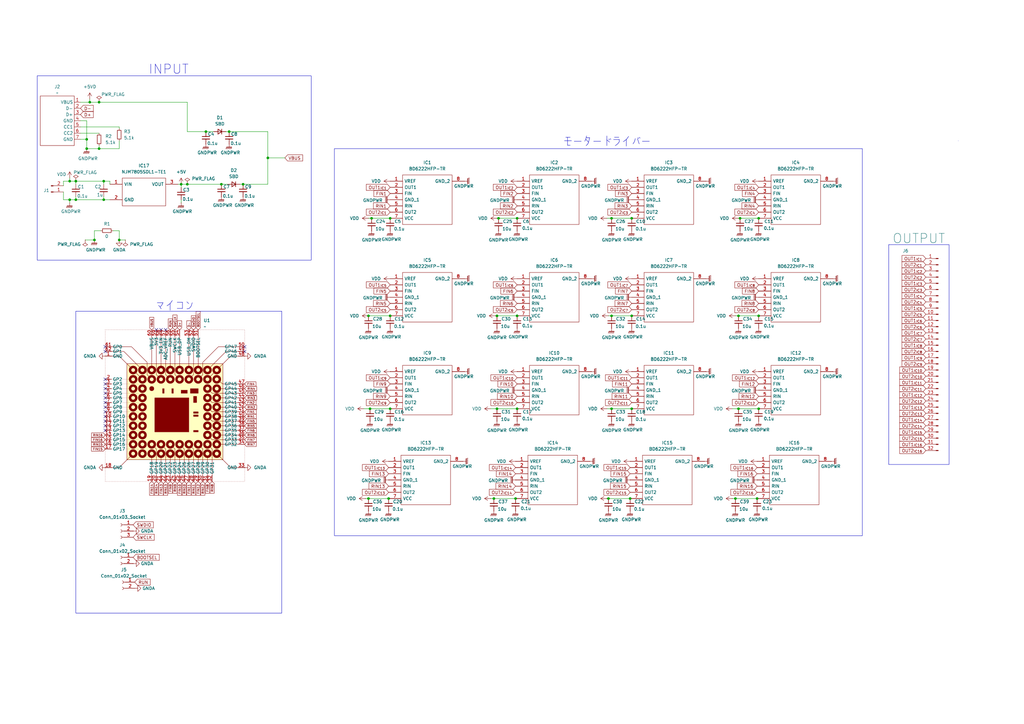
<source format=kicad_sch>
(kicad_sch (version 20231120) (generator "eeschema") (generator_version "8.0")
  (paper "A3")
  (lib_symbols
    (symbol "0_lib:BD6222HFP-TR" (pin_names (offset 0.762))
      (property "Reference" "IC" (at 26.67 7.62 0))
      (property "Value" "BD6222HFP-TR" (at 26.67 5.08 0))
      (symbol "BD6222HFP-TR_0_0"
        (pin passive line (at 0 0 0) (length 5.08) (name "VREF") (number "1"))
        (pin passive line (at 0 -2.54 0) (length 5.08) (name "OUT1") (number "2"))
        (pin passive line (at 0 -5.08 0) (length 5.08) (name "FIN") (number "3"))
        (pin passive line (at 0 -7.62 0) (length 5.08) (name "GND_1") (number "4"))
        (pin passive line (at 0 -10.16 0) (length 5.08) (name "RIN") (number "5"))
        (pin passive line (at 0 -12.7 0) (length 5.08) (name "OUT2") (number "6"))
        (pin passive line (at 0 -15.24 0) (length 5.08) (name "VCC") (number "7"))
        (pin passive line (at 30.48 0 180) (length 5.08) (name "GND_2") (number "8"))
      )
    )
    (symbol "0_lib:NJM7805SDL1-TE1" (pin_names (offset 0.762))
      (property "Reference" "IC" (at 24.13 7.62 0))
      (property "Value" "NJM7805SDL1-TE1" (at 24.13 5.08 0))
      (symbol "NJM7805SDL1-TE1_0_0"
        (pin passive line (at 0 0 0) (length 5.08) (name "VIN") (number "1"))
        (pin passive line (at 0 -6.35 0) (length 5.08) (name "GND") (number "2"))
      )
      (symbol "NJM7805SDL1-TE1_1_0"
        (pin passive line (at 27.94 0 180) (length 5.08) (name "VOUT") (number "3"))
      )
    )
    (symbol "0_lib:PGA2350"
      (property "Reference" "U1" (at 40.2941 3.81 0))
      (property "Value" "~" (at 40.2941 1.27 0))
      (symbol "PGA2350_1_1"
        (pin bidirectional line (at 0 -10.795 0) (length 2.54) (name "GND") (number "1"))
        (pin bidirectional line (at 0 -35.56 0) (length 2.54) (name "GP10") (number "10"))
        (pin bidirectional line (at 0 -37.465 0) (length 2.54) (name "GP11") (number "11"))
        (pin bidirectional line (at 0 -39.37 0) (length 2.54) (name "GP12") (number "12"))
        (pin bidirectional line (at 0 -41.275 0) (length 2.54) (name "GP13") (number "13"))
        (pin bidirectional line (at 0 -43.18 0) (length 2.54) (name "GP14") (number "14"))
        (pin bidirectional line (at 0 -45.085 0) (length 2.54) (name "GP15") (number "15"))
        (pin bidirectional line (at 0 -46.99 0) (length 2.54) (name "GP16") (number "16"))
        (pin bidirectional line (at 0 -48.895 0) (length 2.54) (name "GP17") (number "17"))
        (pin bidirectional line (at 0 -56.515 0) (length 2.54) (name "GND") (number "18"))
        (pin bidirectional line (at 19.05 -62.23 90) (length 2.54) (name "GP18") (number "19"))
        (pin bidirectional line (at 0 -20.32 0) (length 2.54) (name "GP2") (number "2"))
        (pin bidirectional line (at 20.955 -62.23 90) (length 2.54) (name "GP19") (number "20"))
        (pin bidirectional line (at 22.86 -62.23 90) (length 2.54) (name "GP20") (number "21"))
        (pin bidirectional line (at 24.765 -62.23 90) (length 2.54) (name "GP21") (number "22"))
        (pin bidirectional line (at 26.67 -62.23 90) (length 2.54) (name "GP22") (number "23"))
        (pin bidirectional line (at 28.575 -62.23 90) (length 2.54) (name "GP23") (number "24"))
        (pin bidirectional line (at 30.48 -62.23 90) (length 2.54) (name "GP24") (number "25"))
        (pin bidirectional line (at 32.385 -62.23 90) (length 2.54) (name "GP25") (number "26"))
        (pin bidirectional line (at 34.29 -62.23 90) (length 2.54) (name "GP26") (number "27"))
        (pin bidirectional line (at 36.195 -62.23 90) (length 2.54) (name "GP27") (number "28"))
        (pin bidirectional line (at 38.1 -62.23 90) (length 2.54) (name "GP28") (number "29"))
        (pin bidirectional line (at 0 -22.225 0) (length 2.54) (name "GP3") (number "3"))
        (pin bidirectional line (at 40.005 -62.23 90) (length 2.54) (name "GP29") (number "30"))
        (pin bidirectional line (at 41.91 -62.23 90) (length 2.54) (name "GP30") (number "31"))
        (pin bidirectional line (at 43.815 -62.23 90) (length 2.54) (name "GP31") (number "32"))
        (pin bidirectional line (at 57.15 -56.515 180) (length 2.54) (name "GND") (number "33"))
        (pin bidirectional line (at 57.15 -46.99 180) (length 2.54) (name "GP32") (number "34"))
        (pin bidirectional line (at 57.15 -45.085 180) (length 2.54) (name "GP33") (number "35"))
        (pin bidirectional line (at 57.15 -43.18 180) (length 2.54) (name "GP34") (number "36"))
        (pin bidirectional line (at 57.15 -41.275 180) (length 2.54) (name "GP35") (number "37"))
        (pin bidirectional line (at 57.15 -39.37 180) (length 2.54) (name "GP36") (number "38"))
        (pin bidirectional line (at 57.15 -37.465 180) (length 2.54) (name "GP37") (number "39"))
        (pin bidirectional line (at 0 -24.13 0) (length 2.54) (name "GP4") (number "4"))
        (pin bidirectional line (at 57.15 -35.56 180) (length 2.54) (name "GP38") (number "40"))
        (pin bidirectional line (at 57.15 -33.655 180) (length 2.54) (name "GP39") (number "41"))
        (pin bidirectional line (at 57.15 -31.75 180) (length 2.54) (name "GP40") (number "42"))
        (pin bidirectional line (at 57.15 -29.845 180) (length 2.54) (name "GP41") (number "43"))
        (pin bidirectional line (at 57.15 -27.94 180) (length 2.54) (name "GP42") (number "44"))
        (pin bidirectional line (at 57.15 -26.035 180) (length 2.54) (name "GP43") (number "45"))
        (pin bidirectional line (at 57.15 -24.13 180) (length 2.54) (name "GP44") (number "46"))
        (pin bidirectional line (at 57.15 -22.225 180) (length 2.54) (name "GP45") (number "47"))
        (pin bidirectional line (at 57.15 -10.795 180) (length 2.54) (name "GND") (number "48"))
        (pin bidirectional line (at 57.15 -8.89 180) (length 2.54) (name "GP46") (number "49"))
        (pin bidirectional line (at 0 -26.035 0) (length 2.54) (name "GP5") (number "5"))
        (pin bidirectional line (at 57.15 -6.985 180) (length 2.54) (name "GP47") (number "50"))
        (pin bidirectional line (at 38.1 0 270) (length 2.54) (name "BOOTSEL") (number "51"))
        (pin bidirectional line (at 36.195 0 270) (length 2.54) (name "SWDIO") (number "52"))
        (pin bidirectional line (at 34.29 0 270) (length 2.54) (name "USB_DM") (number "53"))
        (pin bidirectional line (at 30.48 0 270) (length 2.54) (name "USB_DP") (number "54"))
        (pin bidirectional line (at 28.575 0 270) (length 2.54) (name "SWCLK") (number "55"))
        (pin bidirectional line (at 26.67 0 270) (length 2.54) (name "RUN") (number "56"))
        (pin bidirectional line (at 24.765 0 270) (length 2.54) (name "ADC_VREF") (number "57"))
        (pin bidirectional line (at 22.86 0 270) (length 2.54) (name "3V3_EN") (number "58"))
        (pin bidirectional line (at 20.955 0 270) (length 2.54) (name "3V3") (number "59"))
        (pin bidirectional line (at 0 -27.94 0) (length 2.54) (name "GP6") (number "6"))
        (pin bidirectional line (at 19.05 0 270) (length 2.54) (name "VBUS") (number "60"))
        (pin bidirectional line (at 0 -6.985 0) (length 2.54) (name "GP0") (number "61"))
        (pin bidirectional line (at 0 -8.89 0) (length 2.54) (name "GP1") (number "62"))
        (pin bidirectional line (at 0 -29.845 0) (length 2.54) (name "GP7") (number "7"))
        (pin bidirectional line (at 0 -31.75 0) (length 2.54) (name "GP8") (number "8"))
        (pin bidirectional line (at 0 -33.655 0) (length 2.54) (name "GP9") (number "9"))
      )
    )
    (symbol "0_lib:USBCmodule"
      (property "Reference" "J2" (at 9.525 2.54 0))
      (property "Value" "~" (at 9.525 0 0))
      (symbol "USBCmodule_1_1"
        (pin output line (at 19.05 -3.81 180) (length 2.54) (name "VBUS") (number "1"))
        (pin output line (at 19.05 -6.35 180) (length 2.54) (name "D-") (number "2"))
        (pin output line (at 19.05 -8.89 180) (length 2.54) (name "D+") (number "3"))
        (pin output line (at 19.05 -11.43 180) (length 2.54) (name "GND") (number "4"))
        (pin output line (at 19.05 -13.97 180) (length 2.54) (name "CC1") (number "5"))
        (pin output line (at 19.05 -16.51 180) (length 2.54) (name "CC2") (number "6"))
        (pin output line (at 19.05 -19.05 180) (length 2.54) (name "GND") (number "7"))
      )
    )
    (symbol "Connector:Conn_01x02_Pin" (pin_names (offset 1.016) hide)
      (property "Reference" "J" (at 0 2.54 0))
      (property "Value" "Conn_01x02_Pin" (at 0 -5.08 0))
      (symbol "Conn_01x02_Pin_1_1"
        (pin passive line (at 5.08 0 180) (length 3.81) (name "Pin_1") (number "1"))
        (pin passive line (at 5.08 -2.54 180) (length 3.81) (name "Pin_2") (number "2"))
      )
    )
    (symbol "Connector:Conn_01x02_Socket" (pin_names (offset 1.016) hide)
      (property "Reference" "J" (at 0 2.54 0))
      (property "Value" "Conn_01x02_Socket" (at 0 -5.08 0))
      (symbol "Conn_01x02_Socket_1_1"
        (pin passive line (at -5.08 0 0) (length 3.81) (name "Pin_1") (number "1"))
        (pin passive line (at -5.08 -2.54 0) (length 3.81) (name "Pin_2") (number "2"))
      )
    )
    (symbol "Connector:Conn_01x03_Socket" (pin_names (offset 1.016) hide)
      (property "Reference" "J" (at 0 5.08 0))
      (property "Value" "Conn_01x03_Socket" (at 0 -5.08 0))
      (symbol "Conn_01x03_Socket_1_1"
        (pin passive line (at -5.08 2.54 0) (length 3.81) (name "Pin_1") (number "1"))
        (pin passive line (at -5.08 0 0) (length 3.81) (name "Pin_2") (number "2"))
        (pin passive line (at -5.08 -2.54 0) (length 3.81) (name "Pin_3") (number "3"))
      )
    )
    (symbol "Connector:Conn_01x32_Pin" (pin_names (offset 1.016) hide)
      (property "Reference" "J" (at 0 40.64 0))
      (property "Value" "Conn_01x32_Pin" (at 0 -43.18 0))
      (symbol "Conn_01x32_Pin_1_1"
        (pin passive line (at 5.08 38.1 180) (length 3.81) (name "Pin_1") (number "1"))
        (pin passive line (at 5.08 15.24 180) (length 3.81) (name "Pin_10") (number "10"))
        (pin passive line (at 5.08 12.7 180) (length 3.81) (name "Pin_11") (number "11"))
        (pin passive line (at 5.08 10.16 180) (length 3.81) (name "Pin_12") (number "12"))
        (pin passive line (at 5.08 7.62 180) (length 3.81) (name "Pin_13") (number "13"))
        (pin passive line (at 5.08 5.08 180) (length 3.81) (name "Pin_14") (number "14"))
        (pin passive line (at 5.08 2.54 180) (length 3.81) (name "Pin_15") (number "15"))
        (pin passive line (at 5.08 0 180) (length 3.81) (name "Pin_16") (number "16"))
        (pin passive line (at 5.08 -2.54 180) (length 3.81) (name "Pin_17") (number "17"))
        (pin passive line (at 5.08 -5.08 180) (length 3.81) (name "Pin_18") (number "18"))
        (pin passive line (at 5.08 -7.62 180) (length 3.81) (name "Pin_19") (number "19"))
        (pin passive line (at 5.08 35.56 180) (length 3.81) (name "Pin_2") (number "2"))
        (pin passive line (at 5.08 -10.16 180) (length 3.81) (name "Pin_20") (number "20"))
        (pin passive line (at 5.08 -12.7 180) (length 3.81) (name "Pin_21") (number "21"))
        (pin passive line (at 5.08 -15.24 180) (length 3.81) (name "Pin_22") (number "22"))
        (pin passive line (at 5.08 -17.78 180) (length 3.81) (name "Pin_23") (number "23"))
        (pin passive line (at 5.08 -20.32 180) (length 3.81) (name "Pin_24") (number "24"))
        (pin passive line (at 5.08 -22.86 180) (length 3.81) (name "Pin_25") (number "25"))
        (pin passive line (at 5.08 -25.4 180) (length 3.81) (name "Pin_26") (number "26"))
        (pin passive line (at 5.08 -27.94 180) (length 3.81) (name "Pin_27") (number "27"))
        (pin passive line (at 5.08 -30.48 180) (length 3.81) (name "Pin_28") (number "28"))
        (pin passive line (at 5.08 -33.02 180) (length 3.81) (name "Pin_29") (number "29"))
        (pin passive line (at 5.08 33.02 180) (length 3.81) (name "Pin_3") (number "3"))
        (pin passive line (at 5.08 -35.56 180) (length 3.81) (name "Pin_30") (number "30"))
        (pin passive line (at 5.08 -38.1 180) (length 3.81) (name "Pin_31") (number "31"))
        (pin passive line (at 5.08 -40.64 180) (length 3.81) (name "Pin_32") (number "32"))
        (pin passive line (at 5.08 30.48 180) (length 3.81) (name "Pin_4") (number "4"))
        (pin passive line (at 5.08 27.94 180) (length 3.81) (name "Pin_5") (number "5"))
        (pin passive line (at 5.08 25.4 180) (length 3.81) (name "Pin_6") (number "6"))
        (pin passive line (at 5.08 22.86 180) (length 3.81) (name "Pin_7") (number "7"))
        (pin passive line (at 5.08 20.32 180) (length 3.81) (name "Pin_8") (number "8"))
        (pin passive line (at 5.08 17.78 180) (length 3.81) (name "Pin_9") (number "9"))
      )
    )
    (symbol "Device:C_Small" (pin_numbers hide) (pin_names (offset 0.254) hide)
      (property "Reference" "C" (at 0.254 1.778 0))
      (property "Value" "C_Small" (at 0.254 -2.032 0))
      (symbol "C_Small_1_1"
        (pin passive line (at 0 2.54 270) (length 2.032) (name "~") (number "1"))
        (pin passive line (at 0 -2.54 90) (length 2.032) (name "~") (number "2"))
      )
    )
    (symbol "Device:D_Small" (pin_numbers hide) (pin_names (offset 0.254) hide)
      (property "Reference" "D" (at -1.27 2.032 0))
      (property "Value" "D_Small" (at -3.81 -2.032 0))
      (symbol "D_Small_1_1"
        (pin passive line (at -2.54 0 0) (length 1.778) (name "K") (number "1"))
        (pin passive line (at 2.54 0 180) (length 1.778) (name "A") (number "2"))
      )
    )
    (symbol "Device:R_Small" (pin_numbers hide) (pin_names (offset 0.254) hide)
      (property "Reference" "R" (at 0.762 0.508 0))
      (property "Value" "R_Small" (at 0.762 -1.016 0))
      (symbol "R_Small_1_1"
        (pin passive line (at 0 2.54 270) (length 0.762) (name "~") (number "1"))
        (pin passive line (at 0 -2.54 90) (length 0.762) (name "~") (number "2"))
      )
    )
    (symbol "power:+5V" (power) (pin_numbers hide) (pin_names (offset 0) hide)
      (property "Value" "+5V" (at 0 3.556 0))
      (symbol "+5V_1_1"
        (pin power_in line (at 0 0 90) (length 0) (name "~") (number "1"))
      )
    )
    (symbol "power:+5VD" (power) (pin_numbers hide) (pin_names (offset 0) hide)
      (property "Value" "+5VD" (at 0 3.556 0))
      (symbol "+5VD_1_1"
        (pin power_in line (at 0 0 90) (length 0) (name "~") (number "1"))
      )
    )
    (symbol "power:GNDA" (power) (pin_numbers hide) (pin_names (offset 0) hide)
      (property "Value" "GNDA" (at 0 -3.81 0))
      (symbol "GNDA_1_1"
        (pin power_in line (at 0 0 270) (length 0) (name "~") (number "1"))
      )
    )
    (symbol "power:GNDPWR" (power) (pin_numbers hide) (pin_names (offset 0) hide)
      (property "Value" "GNDPWR" (at 0 -3.302 0))
      (symbol "GNDPWR_1_1"
        (pin power_in line (at 0 0 270) (length 0) (name "~") (number "1"))
      )
    )
    (symbol "power:PWR_FLAG" (power) (pin_numbers hide) (pin_names (offset 0) hide)
      (property "Value" "PWR_FLAG" (at 0 3.81 0))
      (symbol "PWR_FLAG_0_0"
        (pin power_out line (at 0 0 90) (length 0) (name "~") (number "1"))
      )
    )
    (symbol "power:VDD" (power) (pin_numbers hide) (pin_names (offset 0) hide)
      (property "Value" "VDD" (at 0 3.556 0))
      (symbol "VDD_1_1"
        (pin power_in line (at 0 0 90) (length 0) (name "~") (number "1"))
      )
    )
  )
  (junction (at 301.625 204.47))
  (junction (at 211.455 204.47))
  (junction (at 38.735 98.425))
  (junction (at 160.02 89.535))
  (junction (at 302.895 129.54))
  (junction (at 48.895 98.425))
  (junction (at 160.02 167.64))
  (junction (at 250.825 129.54))
  (junction (at 202.565 204.47))
  (junction (at 159.385 204.47))
  (junction (at 93.98 53.975))
  (junction (at 250.825 167.64))
  (junction (at 28.575 81.915))
  (junction (at 311.15 129.54))
  (junction (at 40.64 41.91))
  (junction (at 90.805 75.565))
  (junction (at 74.295 75.565))
  (junction (at 212.09 89.535))
  (junction (at 31.115 74.295))
  (junction (at 302.895 167.64))
  (junction (at 303.53 89.535))
  (junction (at 28.575 74.295))
  (junction (at 76.835 75.565))
  (junction (at 259.08 89.535))
  (junction (at 151.13 129.54))
  (junction (at 36.83 41.91))
  (junction (at 99.695 75.565))
  (junction (at 42.545 74.295))
  (junction (at 42.545 81.915))
  (junction (at 311.15 89.535))
  (junction (at 204.47 89.535))
  (junction (at 203.835 129.54))
  (junction (at 152.4 89.535))
  (junction (at 258.445 204.47))
  (junction (at 151.13 204.47))
  (junction (at 40.64 60.96))
  (junction (at 35.56 57.15))
  (junction (at 31.115 81.915))
  (junction (at 203.835 167.64))
  (junction (at 310.515 204.47))
  (junction (at 35.56 60.96))
  (junction (at 259.08 167.64))
  (junction (at 311.15 167.64))
  (junction (at 151.765 167.64))
  (junction (at 84.455 53.975))
  (junction (at 212.09 129.54))
  (junction (at 109.855 64.77))
  (junction (at 250.825 89.535))
  (junction (at 212.09 167.64))
  (junction (at 160.02 129.54))
  (junction (at 249.555 204.47))
  (junction (at 259.08 129.54))
  (no_connect (at 43.18 174.625))
  (no_connect (at 43.18 144.145))
  (no_connect (at 43.18 163.195))
  (no_connect (at 43.18 157.48))
  (no_connect (at 100.33 142.24))
  (no_connect (at 66.04 135.255))
  (no_connect (at 43.18 176.53))
  (no_connect (at 43.18 170.815))
  (no_connect (at 43.18 142.24))
  (no_connect (at 43.18 161.29))
  (no_connect (at 64.135 135.255))
  (no_connect (at 43.18 155.575))
  (no_connect (at 43.18 165.1))
  (no_connect (at 100.33 144.145))
  (no_connect (at 43.18 159.385))
  (no_connect (at 43.18 168.91))
  (no_connect (at 43.18 172.72))
  (no_connect (at 67.945 135.255))
  (no_connect (at 43.18 167.005))
  (wire (pts (xy 36.83 41.91) (xy 40.64 41.91)))
  (wire (pts (xy 109.855 53.975) (xy 109.855 64.77)))
  (wire (pts (xy 76.835 53.975) (xy 76.835 41.91)))
  (wire (pts (xy 151.13 204.47) (xy 159.385 204.47)))
  (wire (pts (xy 31.115 81.915) (xy 31.115 80.645)))
  (wire (pts (xy 48.895 57.785) (xy 48.895 60.96)))
  (wire (pts (xy 249.555 129.54) (xy 250.825 129.54)))
  (wire (pts (xy 48.895 94.615) (xy 46.355 94.615)))
  (wire (pts (xy 249.555 204.47) (xy 258.445 204.47)))
  (wire (pts (xy 48.895 94.615) (xy 48.895 98.425)))
  (wire (pts (xy 33.02 57.15) (xy 35.56 57.15)))
  (wire (pts (xy 40.64 59.69) (xy 40.64 60.96)))
  (wire (pts (xy 90.805 75.565) (xy 76.835 75.565)))
  (wire (pts (xy 31.115 74.295) (xy 42.545 74.295)))
  (wire (pts (xy 31.115 75.565) (xy 31.115 74.295)))
  (wire (pts (xy 92.71 53.975) (xy 93.98 53.975)))
  (wire (pts (xy 250.825 89.535) (xy 259.08 89.535)))
  (wire (pts (xy 302.895 167.64) (xy 311.15 167.64)))
  (wire (pts (xy 42.545 74.295) (xy 42.545 75.565)))
  (wire (pts (xy 40.64 41.91) (xy 76.835 41.91)))
  (wire (pts (xy 33.02 54.61) (xy 40.64 54.61)))
  (wire (pts (xy 203.835 129.54) (xy 212.09 129.54)))
  (wire (pts (xy 93.98 53.975) (xy 109.855 53.975)))
  (wire (pts (xy 98.425 75.565) (xy 99.695 75.565)))
  (wire (pts (xy 48.895 52.705) (xy 48.895 52.07)))
  (wire (pts (xy 38.735 94.615) (xy 38.735 98.425)))
  (wire (pts (xy 248.92 89.535) (xy 250.825 89.535)))
  (wire (pts (xy 203.835 89.535) (xy 204.47 89.535)))
  (wire (pts (xy 41.275 94.615) (xy 38.735 94.615)))
  (wire (pts (xy 26.035 81.915) (xy 28.575 81.915)))
  (wire (pts (xy 250.825 167.64) (xy 259.08 167.64)))
  (wire (pts (xy 34.925 98.425) (xy 38.735 98.425)))
  (wire (pts (xy 42.545 80.645) (xy 42.545 81.915)))
  (wire (pts (xy 203.2 129.54) (xy 203.835 129.54)))
  (wire (pts (xy 250.825 129.54) (xy 259.08 129.54)))
  (wire (pts (xy 26.035 74.295) (xy 26.035 76.2)))
  (wire (pts (xy 149.225 167.64) (xy 151.765 167.64)))
  (wire (pts (xy 74.295 75.565) (xy 73.025 75.565)))
  (wire (pts (xy 33.02 52.07) (xy 48.895 52.07)))
  (wire (pts (xy 28.575 74.295) (xy 28.575 73.025)))
  (wire (pts (xy 203.835 167.64) (xy 212.09 167.64)))
  (wire (pts (xy 302.895 129.54) (xy 311.15 129.54)))
  (wire (pts (xy 28.575 74.295) (xy 31.115 74.295)))
  (wire (pts (xy 301.625 204.47) (xy 310.515 204.47)))
  (wire (pts (xy 152.4 89.535) (xy 160.02 89.535)))
  (wire (pts (xy 36.83 40.64) (xy 36.83 41.91)))
  (wire (pts (xy 151.13 129.54) (xy 160.02 129.54)))
  (wire (pts (xy 99.695 75.565) (xy 109.855 75.565)))
  (wire (pts (xy 302.895 89.535) (xy 303.53 89.535)))
  (wire (pts (xy 40.64 60.96) (xy 35.56 60.96)))
  (wire (pts (xy 35.56 49.53) (xy 35.56 57.15)))
  (wire (pts (xy 74.295 81.915) (xy 74.295 83.185)))
  (wire (pts (xy 201.295 204.47) (xy 202.565 204.47)))
  (wire (pts (xy 303.53 89.535) (xy 311.15 89.535)))
  (wire (pts (xy 42.545 81.915) (xy 45.085 81.915)))
  (wire (pts (xy 74.295 75.565) (xy 74.295 76.835)))
  (wire (pts (xy 84.455 53.975) (xy 87.63 53.975)))
  (wire (pts (xy 300.355 167.64) (xy 302.895 167.64)))
  (wire (pts (xy 204.47 89.535) (xy 212.09 89.535)))
  (wire (pts (xy 151.765 167.64) (xy 160.02 167.64)))
  (wire (pts (xy 26.035 78.74) (xy 26.035 81.915)))
  (wire (pts (xy 151.13 89.535) (xy 152.4 89.535)))
  (wire (pts (xy 109.855 64.77) (xy 116.84 64.77)))
  (wire (pts (xy 76.835 75.565) (xy 74.295 75.565)))
  (wire (pts (xy 45.085 74.295) (xy 45.085 75.565)))
  (wire (pts (xy 300.355 204.47) (xy 301.625 204.47)))
  (wire (pts (xy 28.575 83.185) (xy 28.575 81.915)))
  (wire (pts (xy 42.545 74.295) (xy 45.085 74.295)))
  (wire (pts (xy 301.625 129.54) (xy 302.895 129.54)))
  (wire (pts (xy 201.295 167.64) (xy 203.835 167.64)))
  (wire (pts (xy 26.035 74.295) (xy 28.575 74.295)))
  (wire (pts (xy 33.02 49.53) (xy 35.56 49.53)))
  (wire (pts (xy 248.92 204.47) (xy 249.555 204.47)))
  (wire (pts (xy 31.115 81.915) (xy 42.545 81.915)))
  (wire (pts (xy 109.855 64.77) (xy 109.855 75.565)))
  (wire (pts (xy 202.565 204.47) (xy 211.455 204.47)))
  (wire (pts (xy 48.895 98.425) (xy 51.435 98.425)))
  (wire (pts (xy 149.86 204.47) (xy 151.13 204.47)))
  (wire (pts (xy 35.56 57.15) (xy 35.56 60.96)))
  (wire (pts (xy 36.83 41.91) (xy 33.02 41.91)))
  (wire (pts (xy 48.895 60.96) (xy 40.64 60.96)))
  (wire (pts (xy 28.575 81.915) (xy 31.115 81.915)))
  (wire (pts (xy 93.345 75.565) (xy 90.805 75.565)))
  (wire (pts (xy 248.92 167.64) (xy 250.825 167.64)))
  (wire (pts (xy 76.835 53.975) (xy 84.455 53.975)))
  (rectangle (start 393.065 57.785) (end 393.065 57.785))
  (rectangle (start 364.49 100.33) (end 389.255 190.5))
  (rectangle (start 31.115 127.635) (end 115.57 251.46))
  (rectangle (start 15.24 31.115) (end 127.635 106.68))
  (rectangle (start 137.16 60.96) (end 353.695 219.71))
  (text "INPUT" (at 69.215 28.575 0) (effects (font (size 3.81 3.81))))
  (text "モータードライバー" (at 248.92 58.42 0) (effects (font (size 3.81 3.81))))
  (text "マイコン" (at 71.755 125.73 0) (effects (font (size 3.81 3.81))))
  (global_label "FIN11" (shape input) (at 77.47 197.485 270) (effects (font (size 0.9144 0.9144))) (property "Intersheetrefs" "${INTERSHEET_REFS}" (effects (hide yes))))
  (global_label "FIN14" (shape input) (at 62.23 197.485 270) (effects (font (size 0.9144 0.9144))) (property "Intersheetrefs" "${INTERSHEET_REFS}" (effects (hide yes))))
  (global_label "OUT1_{IC9}" (shape input) (at 379.73 146.685 180) (property "Intersheetrefs" "${INTERSHEET_REFS}" (effects (hide yes))))
  (global_label "OUT1_{IC11}" (shape input) (at 259.08 154.94 180) (property "Intersheetrefs" "${INTERSHEET_REFS}" (effects (hide yes))))
  (global_label "OUT2_{IC13}" (shape input) (at 159.385 201.93 180) (property "Intersheetrefs" "${INTERSHEET_REFS}" (effects (hide yes))))
  (global_label "FIN4" (shape input) (at 311.15 79.375 180) (property "Intersheetrefs" "${INTERSHEET_REFS}" (effects (hide yes))))
  (global_label "OUT1_{IC13}" (shape input) (at 159.385 191.77 180) (property "Intersheetrefs" "${INTERSHEET_REFS}" (effects (hide yes))))
  (global_label "RIN10" (shape input) (at 212.09 162.56 180) (property "Intersheetrefs" "${INTERSHEET_REFS}" (effects (hide yes))))
  (global_label "OUT2_{IC4}" (shape input) (at 311.15 86.995 180) (property "Intersheetrefs" "${INTERSHEET_REFS}" (effects (hide yes))))
  (global_label "OUT2_{IC12}" (shape input) (at 379.73 164.465 180) (property "Intersheetrefs" "${INTERSHEET_REFS}" (effects (hide yes))))
  (global_label "FIN10" (shape input) (at 212.09 157.48 180) (property "Intersheetrefs" "${INTERSHEET_REFS}" (effects (hide yes))))
  (global_label "OUT2_{IC15}" (shape input) (at 379.73 179.705 180) (property "Intersheetrefs" "${INTERSHEET_REFS}" (effects (hide yes))))
  (global_label "RIN6" (shape input) (at 100.33 178.435 0) (effects (font (size 0.889 0.889))) (property "Intersheetrefs" "${INTERSHEET_REFS}" (effects (hide yes))))
  (global_label "RIN3" (shape input) (at 259.08 84.455 180) (property "Intersheetrefs" "${INTERSHEET_REFS}" (effects (hide yes))))
  (global_label "FIN3" (shape input) (at 259.08 79.375 180) (property "Intersheetrefs" "${INTERSHEET_REFS}" (effects (hide yes))))
  (global_label "FIN10" (shape input) (at 73.66 197.485 270) (effects (font (size 0.9144 0.9144))) (property "Intersheetrefs" "${INTERSHEET_REFS}" (effects (hide yes))))
  (global_label "FIN15" (shape input) (at 258.445 194.31 180) (property "Intersheetrefs" "${INTERSHEET_REFS}" (effects (hide yes))))
  (global_label "OUT2_{IC6}" (shape input) (at 379.73 133.985 180) (property "Intersheetrefs" "${INTERSHEET_REFS}" (effects (hide yes))))
  (global_label "FIN16" (shape input) (at 310.515 194.31 180) (property "Intersheetrefs" "${INTERSHEET_REFS}" (effects (hide yes))))
  (global_label "OUT2_{IC5}" (shape input) (at 160.02 127 180) (property "Intersheetrefs" "${INTERSHEET_REFS}" (effects (hide yes))))
  (global_label "RIN14" (shape input) (at 211.455 199.39 180) (property "Intersheetrefs" "${INTERSHEET_REFS}" (effects (hide yes))))
  (global_label "OUT2_{IC16}" (shape input) (at 310.515 201.93 180) (property "Intersheetrefs" "${INTERSHEET_REFS}" (effects (hide yes))))
  (global_label "RIN13" (shape input) (at 67.945 197.485 270) (effects (font (size 0.889 0.889))) (property "Intersheetrefs" "${INTERSHEET_REFS}" (effects (hide yes))))
  (global_label "FIN13" (shape input) (at 66.04 197.485 270) (effects (font (size 0.9144 0.9144))) (property "Intersheetrefs" "${INTERSHEET_REFS}" (effects (hide yes))))
  (global_label "RIN14" (shape input) (at 64.135 197.485 270) (effects (font (size 0.889 0.889))) (property "Intersheetrefs" "${INTERSHEET_REFS}" (effects (hide yes))))
  (global_label "RIN2" (shape input) (at 100.33 167.005 0) (effects (font (size 0.9144 0.9144))) (property "Intersheetrefs" "${INTERSHEET_REFS}" (effects (hide yes))))
  (global_label "OUT2_{IC3}" (shape input) (at 379.73 118.745 180) (property "Intersheetrefs" "${INTERSHEET_REFS}" (effects (hide yes))))
  (global_label "OUT1_{IC9}" (shape input) (at 160.02 154.94 180) (property "Intersheetrefs" "${INTERSHEET_REFS}" (effects (hide yes))))
  (global_label "OUT1_{IC8}" (shape input) (at 311.15 116.84 180) (property "Intersheetrefs" "${INTERSHEET_REFS}" (effects (hide yes))))
  (global_label "RIN11" (shape input) (at 79.375 197.485 270) (effects (font (size 0.889 0.889))) (property "Intersheetrefs" "${INTERSHEET_REFS}" (effects (hide yes))))
  (global_label "FIN4" (shape input) (at 100.33 157.48 0) (effects (font (size 0.889 0.889))) (property "Intersheetrefs" "${INTERSHEET_REFS}" (effects (hide yes))))
  (global_label "OUT2_{IC9}" (shape input) (at 160.02 165.1 180) (property "Intersheetrefs" "${INTERSHEET_REFS}" (effects (hide yes))))
  (global_label "OUT2_{IC8}" (shape input) (at 379.73 144.145 180) (property "Intersheetrefs" "${INTERSHEET_REFS}" (effects (hide yes))))
  (global_label "OUT1_{IC5}" (shape input) (at 160.02 116.84 180) (property "Intersheetrefs" "${INTERSHEET_REFS}" (effects (hide yes))))
  (global_label "RUN" (shape input) (at 69.85 135.255 90) (effects (font (size 0.889 0.889))) (property "Intersheetrefs" "${INTERSHEET_REFS}" (effects (hide yes))))
  (global_label "RUN" (shape input) (at 55.245 238.76 0) (property "Intersheetrefs" "${INTERSHEET_REFS}" (effects (hide yes))))
  (global_label "OUT2_{IC7}" (shape input) (at 379.73 139.065 180) (property "Intersheetrefs" "${INTERSHEET_REFS}" (effects (hide yes))))
  (global_label "OUT1_{IC2}" (shape input) (at 379.73 111.125 180) (property "Intersheetrefs" "${INTERSHEET_REFS}" (effects (hide yes))))
  (global_label "FIN15" (shape input) (at 43.18 184.15 180) (effects (font (size 0.9144 0.9144))) (property "Intersheetrefs" "${INTERSHEET_REFS}" (effects (hide yes))))
  (global_label "RIN16" (shape input) (at 43.18 178.435 180) (effects (font (size 0.889 0.889))) (property "Intersheetrefs" "${INTERSHEET_REFS}" (effects (hide yes))))
  (global_label "OUT2_{IC2}" (shape input) (at 379.73 113.665 180) (property "Intersheetrefs" "${INTERSHEET_REFS}" (effects (hide yes))))
  (global_label "OUT1_{IC16}" (shape input) (at 379.73 182.245 180) (property "Intersheetrefs" "${INTERSHEET_REFS}" (effects (hide yes))))
  (global_label "RIN9" (shape input) (at 71.755 197.485 270) (effects (font (size 0.889 0.889))) (property "Intersheetrefs" "${INTERSHEET_REFS}" (effects (hide yes))))
  (global_label "OUT2_{IC7}" (shape input) (at 259.08 127 180) (property "Intersheetrefs" "${INTERSHEET_REFS}" (effects (hide yes))))
  (global_label "VBUS" (shape input) (at 116.84 64.77 0) (property "Intersheetrefs" "${INTERSHEET_REFS}" (effects (hide yes))))
  (global_label "OUT1_{IC11}" (shape input) (at 379.73 156.845 180) (property "Intersheetrefs" "${INTERSHEET_REFS}" (effects (hide yes))))
  (global_label "RIN7" (shape input) (at 259.08 124.46 180) (property "Intersheetrefs" "${INTERSHEET_REFS}" (effects (hide yes))))
  (global_label "OUT2_{IC1}" (shape input) (at 160.02 86.995 180) (property "Intersheetrefs" "${INTERSHEET_REFS}" (effects (hide yes))))
  (global_label "SWCLK" (shape input) (at 71.755 135.255 90) (effects (font (size 0.889 0.889))) (property "Intersheetrefs" "${INTERSHEET_REFS}" (effects (hide yes))))
  (global_label "FIN6" (shape input) (at 100.33 176.53 0) (effects (font (size 0.9144 0.9144))) (property "Intersheetrefs" "${INTERSHEET_REFS}" (effects (hide yes))))
  (global_label "OUT2_{IC14}" (shape input) (at 211.455 201.93 180) (property "Intersheetrefs" "${INTERSHEET_REFS}" (effects (hide yes))))
  (global_label "RIN5" (shape input) (at 100.33 174.625 0) (effects (font (size 0.889 0.889))) (property "Intersheetrefs" "${INTERSHEET_REFS}" (effects (hide yes))))
  (global_label "OUT1_{IC10}" (shape input) (at 212.09 154.94 180) (property "Intersheetrefs" "${INTERSHEET_REFS}" (effects (hide yes))))
  (global_label "RIN4" (shape input) (at 100.33 159.385 0) (effects (font (size 0.9144 0.9144))) (property "Intersheetrefs" "${INTERSHEET_REFS}" (effects (hide yes))))
  (global_label "OUT1_{IC14}" (shape input) (at 379.73 172.085 180) (property "Intersheetrefs" "${INTERSHEET_REFS}" (effects (hide yes))))
  (global_label "OUT1_{IC12}" (shape input) (at 311.15 154.94 180) (property "Intersheetrefs" "${INTERSHEET_REFS}" (effects (hide yes))))
  (global_label "D+" (shape input) (at 33.02 46.99 0) (property "Intersheetrefs" "${INTERSHEET_REFS}" (effects (hide yes))))
  (global_label "RIN3" (shape input) (at 100.33 163.195 0) (effects (font (size 0.9144 0.9144))) (property "Intersheetrefs" "${INTERSHEET_REFS}" (effects (hide yes))))
  (global_label "FIN13" (shape input) (at 159.385 194.31 180) (property "Intersheetrefs" "${INTERSHEET_REFS}" (effects (hide yes))))
  (global_label "FIN2" (shape input) (at 100.33 165.1 0) (effects (font (size 0.889 0.889))) (property "Intersheetrefs" "${INTERSHEET_REFS}" (effects (hide yes))))
  (global_label "OUT2_{IC6}" (shape input) (at 212.09 127 180) (property "Intersheetrefs" "${INTERSHEET_REFS}" (effects (hide yes))))
  (global_label "BOOTSEL" (shape input) (at 81.28 135.255 90) (effects (font (size 0.889 0.889))) (property "Intersheetrefs" "${INTERSHEET_REFS}" (effects (hide yes))))
  (global_label "RIN5" (shape input) (at 160.02 124.46 180) (property "Intersheetrefs" "${INTERSHEET_REFS}" (effects (hide yes))))
  (global_label "SWDIO" (shape input) (at 54.61 215.265 0) (property "Intersheetrefs" "${INTERSHEET_REFS}" (effects (hide yes))))
  (global_label "RIN8" (shape input) (at 86.995 197.485 270) (effects (font (size 0.889 0.889))) (property "Intersheetrefs" "${INTERSHEET_REFS}" (effects (hide yes))))
  (global_label "FIN7" (shape input) (at 100.33 180.34 0) (effects (font (size 0.9144 0.9144))) (property "Intersheetrefs" "${INTERSHEET_REFS}" (effects (hide yes))))
  (global_label "OUT2_{IC12}" (shape input) (at 311.15 165.1 180) (property "Intersheetrefs" "${INTERSHEET_REFS}" (effects (hide yes))))
  (global_label "OUT1_{IC14}" (shape input) (at 211.455 191.77 180) (property "Intersheetrefs" "${INTERSHEET_REFS}" (effects (hide yes))))
  (global_label "RIN13" (shape input) (at 159.385 199.39 180) (property "Intersheetrefs" "${INTERSHEET_REFS}" (effects (hide yes))))
  (global_label "OUT1_{IC15}" (shape input) (at 379.73 177.165 180) (property "Intersheetrefs" "${INTERSHEET_REFS}" (effects (hide yes))))
  (global_label "RIN15" (shape input) (at 43.18 182.245 180) (effects (font (size 0.889 0.889))) (property "Intersheetrefs" "${INTERSHEET_REFS}" (effects (hide yes))))
  (global_label "OUT1_{IC1}" (shape input) (at 160.02 76.835 180) (property "Intersheetrefs" "${INTERSHEET_REFS}" (effects (hide yes))))
  (global_label "OUT1_{IC4}" (shape input) (at 379.73 121.285 180) (property "Intersheetrefs" "${INTERSHEET_REFS}" (effects (hide yes))))
  (global_label "OUT2_{IC10}" (shape input) (at 379.73 154.305 180) (property "Intersheetrefs" "${INTERSHEET_REFS}" (effects (hide yes))))
  (global_label "FIN5" (shape input) (at 100.33 172.72 0) (effects (font (size 0.9144 0.9144))) (property "Intersheetrefs" "${INTERSHEET_REFS}" (effects (hide yes))))
  (global_label "OUT2_{IC9}" (shape input) (at 379.73 149.225 180) (property "Intersheetrefs" "${INTERSHEET_REFS}" (effects (hide yes))))
  (global_label "RIN11" (shape input) (at 259.08 162.56 180) (property "Intersheetrefs" "${INTERSHEET_REFS}" (effects (hide yes))))
  (global_label "RIN12" (shape input) (at 83.185 197.485 270) (effects (font (size 0.889 0.889))) (property "Intersheetrefs" "${INTERSHEET_REFS}" (effects (hide yes))))
  (global_label "OUT2_{IC2}" (shape input) (at 212.09 86.995 180) (property "Intersheetrefs" "${INTERSHEET_REFS}" (effects (hide yes))))
  (global_label "OUT2_{IC3}" (shape input) (at 259.08 86.995 180) (property "Intersheetrefs" "${INTERSHEET_REFS}" (effects (hide yes))))
  (global_label "FIN5" (shape input) (at 160.02 119.38 180) (property "Intersheetrefs" "${INTERSHEET_REFS}" (effects (hide yes))))
  (global_label "RIN8" (shape input) (at 311.15 124.46 180) (property "Intersheetrefs" "${INTERSHEET_REFS}" (effects (hide yes))))
  (global_label "RIN1" (shape input) (at 160.02 84.455 180) (property "Intersheetrefs" "${INTERSHEET_REFS}" (effects (hide yes))))
  (global_label "OUT1_{IC12}" (shape input) (at 379.73 161.925 180) (property "Intersheetrefs" "${INTERSHEET_REFS}" (effects (hide yes))))
  (global_label "RIN6" (shape input) (at 212.09 124.46 180) (property "Intersheetrefs" "${INTERSHEET_REFS}" (effects (hide yes))))
  (global_label "OUT2_{IC13}" (shape input) (at 379.73 169.545 180) (property "Intersheetrefs" "${INTERSHEET_REFS}" (effects (hide yes))))
  (global_label "OUT1_{IC1}" (shape input) (at 379.73 106.045 180) (property "Intersheetrefs" "${INTERSHEET_REFS}" (effects (hide yes))))
  (global_label "RIN2" (shape input) (at 212.09 84.455 180) (property "Intersheetrefs" "${INTERSHEET_REFS}" (effects (hide yes))))
  (global_label "OUT1_{IC10}" (shape input) (at 379.73 151.765 180) (property "Intersheetrefs" "${INTERSHEET_REFS}" (effects (hide yes))))
  (global_label "OUT2_{IC16}" (shape input) (at 379.73 184.785 180) (property "Intersheetrefs" "${INTERSHEET_REFS}" (effects (hide yes))))
  (global_label "OUT2_{IC5}" (shape input) (at 379.73 128.905 180) (property "Intersheetrefs" "${INTERSHEET_REFS}" (effects (hide yes))))
  (global_label "FIN2" (shape input) (at 212.09 79.375 180) (property "Intersheetrefs" "${INTERSHEET_REFS}" (effects (hide yes))))
  (global_label "FIN9" (shape input) (at 160.02 157.48 180) (property "Intersheetrefs" "${INTERSHEET_REFS}" (effects (hide yes))))
  (global_label "FIN12" (shape input) (at 311.15 157.48 180) (property "Intersheetrefs" "${INTERSHEET_REFS}" (effects (hide yes))))
  (global_label "FIN8" (shape input) (at 85.09 197.485 270) (effects (font (size 0.9144 0.9144))) (property "Intersheetrefs" "${INTERSHEET_REFS}" (effects (hide yes))))
  (global_label "FIN11" (shape input) (at 259.08 157.48 180) (property "Intersheetrefs" "${INTERSHEET_REFS}" (effects (hide yes))))
  (global_label "FIN12" (shape input) (at 81.28 197.485 270) (effects (font (size 0.9144 0.9144))) (property "Intersheetrefs" "${INTERSHEET_REFS}" (effects (hide yes))))
  (global_label "RIN15" (shape input) (at 258.445 199.39 180) (property "Intersheetrefs" "${INTERSHEET_REFS}" (effects (hide yes))))
  (global_label "OUT1_{IC4}" (shape input) (at 311.15 76.835 180) (property "Intersheetrefs" "${INTERSHEET_REFS}" (effects (hide yes))))
  (global_label "FIN14" (shape input) (at 211.455 194.31 180) (property "Intersheetrefs" "${INTERSHEET_REFS}" (effects (hide yes))))
  (global_label "OUT1_{IC5}" (shape input) (at 379.73 126.365 180) (property "Intersheetrefs" "${INTERSHEET_REFS}" (effects (hide yes))))
  (global_label "RIN7" (shape input) (at 100.33 182.245 0) (effects (font (size 0.889 0.889))) (property "Intersheetrefs" "${INTERSHEET_REFS}" (effects (hide yes))))
  (global_label "OUT2_{IC11}" (shape input) (at 259.08 165.1 180) (property "Intersheetrefs" "${INTERSHEET_REFS}" (effects (hide yes))))
  (global_label "RIN1" (shape input) (at 100.33 170.815 0) (effects (font (size 0.889 0.889))) (property "Intersheetrefs" "${INTERSHEET_REFS}" (effects (hide yes))))
  (global_label "RIN16" (shape input) (at 310.515 199.39 180) (property "Intersheetrefs" "${INTERSHEET_REFS}" (effects (hide yes))))
  (global_label "SWDIO" (shape input) (at 79.375 135.255 90) (effects (font (size 0.889 0.889))) (property "Intersheetrefs" "${INTERSHEET_REFS}" (effects (hide yes))))
  (global_label "OUT2_{IC1}" (shape input) (at 379.73 108.585 180) (property "Intersheetrefs" "${INTERSHEET_REFS}" (effects (hide yes))))
  (global_label "FIN1" (shape input) (at 160.02 79.375 180) (property "Intersheetrefs" "${INTERSHEET_REFS}" (effects (hide yes))))
  (global_label "D-" (shape input) (at 33.02 44.45 0) (property "Intersheetrefs" "${INTERSHEET_REFS}" (effects (hide yes))))
  (global_label "OUT1_{IC16}" (shape input) (at 310.515 191.77 180) (property "Intersheetrefs" "${INTERSHEET_REFS}" (effects (hide yes))))
  (global_label "FIN8" (shape input) (at 311.15 119.38 180) (property "Intersheetrefs" "${INTERSHEET_REFS}" (effects (hide yes))))
  (global_label "FIN16" (shape input) (at 43.18 180.34 180) (effects (font (size 0.9144 0.9144))) (property "Intersheetrefs" "${INTERSHEET_REFS}" (effects (hide yes))))
  (global_label "OUT1_{IC3}" (shape input) (at 259.08 76.835 180) (property "Intersheetrefs" "${INTERSHEET_REFS}" (effects (hide yes))))
  (global_label "FIN9" (shape input) (at 69.85 197.485 270) (effects (font (size 0.9144 0.9144))) (property "Intersheetrefs" "${INTERSHEET_REFS}" (effects (hide yes))))
  (global_label "RIN12" (shape input) (at 311.15 162.56 180) (property "Intersheetrefs" "${INTERSHEET_REFS}" (effects (hide yes))))
  (global_label "OUT2_{IC8}" (shape input) (at 311.15 127 180) (property "Intersheetrefs" "${INTERSHEET_REFS}" (effects (hide yes))))
  (global_label "BOOTSEL" (shape input) (at 54.61 228.6 0) (property "Intersheetrefs" "${INTERSHEET_REFS}" (effects (hide yes))))
  (global_label "OUT2_{IC11}" (shape input) (at 379.73 159.385 180) (property "Intersheetrefs" "${INTERSHEET_REFS}" (effects (hide yes))))
  (global_label "RIN10" (shape input) (at 75.565 197.485 270) (effects (font (size 0.889 0.889))) (property "Intersheetrefs" "${INTERSHEET_REFS}" (effects (hide yes))))
  (global_label "D+" (shape input) (at 73.66 135.255 90) (effects (font (size 0.889 0.889))) (property "Intersheetrefs" "${INTERSHEET_REFS}" (effects (hide yes))))
  (global_label "OUT1_{IC3}" (shape input) (at 379.73 116.205 180) (property "Intersheetrefs" "${INTERSHEET_REFS}" (effects (hide yes))))
  (global_label "RIN4" (shape input) (at 311.15 84.455 180) (property "Intersheetrefs" "${INTERSHEET_REFS}" (effects (hide yes))))
  (global_label "OUT1_{IC8}" (shape input) (at 379.73 141.605 180) (property "Intersheetrefs" "${INTERSHEET_REFS}" (effects (hide yes))))
  (global_label "OUT1_{IC7}" (shape input) (at 259.08 116.84 180) (property "Intersheetrefs" "${INTERSHEET_REFS}" (effects (hide yes))))
  (global_label "OUT2_{IC15}" (shape input) (at 258.445 201.93 180) (property "Intersheetrefs" "${INTERSHEET_REFS}" (effects (hide yes))))
  (global_label "SWCLK" (shape input) (at 54.61 220.345 0) (property "Intersheetrefs" "${INTERSHEET_REFS}" (effects (hide yes))))
  (global_label "OUT1_{IC13}" (shape input) (at 379.73 167.005 180) (property "Intersheetrefs" "${INTERSHEET_REFS}" (effects (hide yes))))
  (global_label "VBUS" (shape input) (at 62.23 135.255 90) (effects (font (size 0.889 0.889))) (property "Intersheetrefs" "${INTERSHEET_REFS}" (effects (hide yes))))
  (global_label "OUT1_{IC7}" (shape input) (at 379.73 136.525 180) (property "Intersheetrefs" "${INTERSHEET_REFS}" (effects (hide yes))))
  (global_label "FIN3" (shape input) (at 100.33 161.29 0) (effects (font (size 0.889 0.889))) (property "Intersheetrefs" "${INTERSHEET_REFS}" (effects (hide yes))))
  (global_label "OUT1_{IC6}" (shape input) (at 212.09 116.84 180) (property "Intersheetrefs" "${INTERSHEET_REFS}" (effects (hide yes))))
  (global_label "D-" (shape input) (at 77.47 135.255 90) (effects (font (size 0.889 0.889))) (property "Intersheetrefs" "${INTERSHEET_REFS}" (effects (hide yes))))
  (global_label "OUT1_{IC6}" (shape input) (at 379.73 131.445 180) (property "Intersheetrefs" "${INTERSHEET_REFS}" (effects (hide yes))))
  (global_label "OUT2_{IC10}" (shape input) (at 212.09 165.1 180) (property "Intersheetrefs" "${INTERSHEET_REFS}" (effects (hide yes))))
  (global_label "OUT2_{IC14}" (shape input) (at 379.73 174.625 180) (property "Intersheetrefs" "${INTERSHEET_REFS}" (effects (hide yes))))
  (global_label "FIN1" (shape input) (at 100.33 168.91 0) (effects (font (size 0.9144 0.9144))) (property "Intersheetrefs" "${INTERSHEET_REFS}" (effects (hide yes))))
  (global_label "OUT1_{IC2}" (shape input) (at 212.09 76.835 180) (property "Intersheetrefs" "${INTERSHEET_REFS}" (effects (hide yes))))
  (global_label "RIN9" (shape input) (at 160.02 162.56 180) (property "Intersheetrefs" "${INTERSHEET_REFS}" (effects (hide yes))))
  (global_label "OUT1_{IC15}" (shape input) (at 258.445 191.77 180) (property "Intersheetrefs" "${INTERSHEET_REFS}" (effects (hide yes))))
  (global_label "OUT2_{IC4}" (shape input) (at 379.73 123.825 180) (property "Intersheetrefs" "${INTERSHEET_REFS}" (effects (hide yes))))
  (global_label "FIN7" (shape input) (at 259.08 119.38 180) (property "Intersheetrefs" "${INTERSHEET_REFS}" (effects (hide yes))))
  (global_label "FIN6" (shape input) (at 212.09 119.38 180) (property "Intersheetrefs" "${INTERSHEET_REFS}" (effects (hide yes))))
  (symbol (lib_id "power:VDD") (at 151.13 89.535 90) (unit 1)
    (property "Reference" "#PWR05" (effects (hide yes)))
    (property "Value" "VDD" (at 147.32 89.5349 90) (effects (justify left)))
    (property "Description" "Power symbol creates a global label with name \"VDD\"" (effects (hide yes)))
  )
  (symbol (lib_id "power:VDD") (at 259.08 74.295 90) (unit 1)
    (property "Reference" "#PWR031" (effects (hide yes)))
    (property "Value" "VDD" (at 255.27 74.2949 90) (effects (justify left)))
    (property "Description" "Power symbol creates a global label with name \"VDD\"" (effects (hide yes)))
  )
  (symbol (lib_id "Device:C_Small") (at 203.835 132.08 0) (unit 1)
    (property "Reference" "C30" (at 205.613 130.81 0) (effects (justify left)))
    (property "Value" "10u" (at 205.359 133.858 0) (effects (justify left)))
    (property "Footprint" "Capacitor_SMD:C_1206_3216Metric" (effects (hide yes)))
    (property "Description" "Unpolarized capacitor, small symbol" (effects (hide yes)))
  )
  (symbol (lib_id "power:GNDPWR") (at 311.15 172.72 0) (unit 1)
    (property "Reference" "#PWR094" (effects (hide yes)))
    (property "Value" "GNDPWR" (at 311.658 176.276 0))
    (property "Description" "Power symbol creates a global label with name \"GNDPWR\" , global ground" (effects (hide yes)))
  )
  (symbol (lib_id "power:GNDPWR") (at 242.57 114.3 90) (mirror x) (unit 1)
    (property "Reference" "#PWR049" (effects (hide yes)))
    (property "Value" "GNDPWR" (at 242.316 116.332 90))
    (property "Description" "Power symbol creates a global label with name \"GNDPWR\" , global ground" (effects (hide yes)))
  )
  (symbol (lib_id "power:GNDPWR") (at 289.56 114.3 90) (mirror x) (unit 1)
    (property "Reference" "#PWR054" (effects (hide yes)))
    (property "Value" "GNDPWR" (at 289.306 116.332 90))
    (property "Description" "Power symbol creates a global label with name \"GNDPWR\" , global ground" (effects (hide yes)))
  )
  (symbol (lib_id "Device:C_Small") (at 202.565 207.01 0) (unit 1)
    (property "Reference" "C37" (at 204.343 205.74 0) (effects (justify left)))
    (property "Value" "10u" (at 204.089 208.788 0) (effects (justify left)))
    (property "Footprint" "Capacitor_SMD:C_1206_3216Metric" (effects (hide yes)))
    (property "Description" "Unpolarized capacitor, small symbol" (effects (hide yes)))
  )
  (symbol (lib_id "power:GNDPWR") (at 211.455 196.85 270) (unit 1)
    (property "Reference" "#PWR076" (effects (hide yes)))
    (property "Value" "GNDPWR" (at 204.343 197.104 90))
    (property "Description" "Power symbol creates a global label with name \"GNDPWR\" , global ground" (effects (hide yes)))
  )
  (symbol (lib_id "power:VDD") (at 203.2 129.54 90) (unit 1)
    (property "Reference" "#PWR045" (effects (hide yes)))
    (property "Value" "VDD" (at 199.39 129.5399 90) (effects (justify left)))
    (property "Description" "Power symbol creates a global label with name \"VDD\"" (effects (hide yes)))
  )
  (symbol (lib_id "Device:C_Small") (at 211.455 207.01 0) (unit 1)
    (property "Reference" "C21" (at 213.741 205.74 0) (effects (justify left)))
    (property "Value" "0.1u" (at 213.487 208.534 0) (effects (justify left)))
    (property "Footprint" "Capacitor_SMD:C_0603_1608Metric" (effects (hide yes)))
    (property "Description" "Unpolarized capacitor, small symbol" (effects (hide yes)))
  )
  (symbol (lib_id "power:GNDPWR") (at 203.835 172.72 0) (unit 1)
    (property "Reference" "#PWR0109" (effects (hide yes)))
    (property "Value" "GNDPWR" (at 203.835 176.53 0))
    (property "Description" "Power symbol creates a global label with name \"GNDPWR\" , global ground" (effects (hide yes)))
  )
  (symbol (lib_id "power:GNDPWR") (at 151.13 134.62 0) (unit 1)
    (property "Reference" "#PWR0104" (effects (hide yes)))
    (property "Value" "GNDPWR" (at 151.13 138.43 0))
    (property "Description" "Power symbol creates a global label with name \"GNDPWR\" , global ground" (effects (hide yes)))
  )
  (symbol (lib_id "Device:C_Small") (at 152.4 92.075 0) (unit 1)
    (property "Reference" "C24" (at 154.178 90.805 0) (effects (justify left)))
    (property "Value" "10u" (at 153.924 93.853 0) (effects (justify left)))
    (property "Footprint" "Capacitor_SMD:C_1206_3216Metric" (effects (hide yes)))
    (property "Description" "Unpolarized capacitor, small symbol" (effects (hide yes)))
  )
  (symbol (lib_id "0_lib:BD6222HFP-TR") (at 259.08 74.295 0) (unit 1)
    (property "Reference" "IC3" (at 274.32 66.675 0))
    (property "Value" "BD6222HFP-TR" (at 274.32 69.215 0))
    (property "Footprint" "0_foot:BD6222HFPTR" (effects (hide yes)))
  )
  (symbol (lib_id "power:VDD") (at 201.295 204.47 90) (unit 1)
    (property "Reference" "#PWR071" (effects (hide yes)))
    (property "Value" "VDD" (at 197.485 204.4699 90) (effects (justify left)))
    (property "Description" "Power symbol creates a global label with name \"VDD\"" (effects (hide yes)))
  )
  (symbol (lib_id "Device:R_Small") (at 40.64 57.15 0) (unit 1)
    (property "Reference" "R2" (at 43.18 55.8799 0) (effects (justify left)))
    (property "Value" "5.1k" (at 43.18 58.4199 0) (effects (justify left)))
    (property "Footprint" "Capacitor_SMD:C_0603_1608Metric" (effects (hide yes)))
    (property "Description" "Resistor, small symbol" (effects (hide yes)))
  )
  (symbol (lib_id "power:GNDPWR") (at 203.835 134.62 0) (unit 1)
    (property "Reference" "#PWR0105" (effects (hide yes)))
    (property "Value" "GNDPWR" (at 203.835 138.43 0))
    (property "Description" "Power symbol creates a global label with name \"GNDPWR\" , global ground" (effects (hide yes)))
  )
  (symbol (lib_id "power:VDD") (at 300.355 167.64 90) (unit 1)
    (property "Reference" "#PWR090" (effects (hide yes)))
    (property "Value" "VDD" (at 296.545 167.6399 90) (effects (justify left)))
    (property "Description" "Power symbol creates a global label with name \"VDD\"" (effects (hide yes)))
  )
  (symbol (lib_id "power:+5V") (at 74.295 75.565 0) (unit 1)
    (property "Reference" "#PWR02" (effects (hide yes)))
    (property "Value" "+5V" (at 74.295 70.485 0))
    (property "Description" "Power symbol creates a global label with name \"+5V\"" (effects (hide yes)))
  )
  (symbol (lib_id "Device:C_Small") (at 204.47 92.075 0) (unit 1)
    (property "Reference" "C25" (at 206.248 90.805 0) (effects (justify left)))
    (property "Value" "10u" (at 205.994 93.853 0) (effects (justify left)))
    (property "Footprint" "Capacitor_SMD:C_1206_3216Metric" (effects (hide yes)))
    (property "Description" "Unpolarized capacitor, small symbol" (effects (hide yes)))
  )
  (symbol (lib_id "power:GNDPWR") (at 160.02 121.92 270) (unit 1)
    (property "Reference" "#PWR042" (effects (hide yes)))
    (property "Value" "GNDPWR" (at 152.908 122.174 90))
    (property "Description" "Power symbol creates a global label with name \"GNDPWR\" , global ground" (effects (hide yes)))
  )
  (symbol (lib_id "power:GNDPWR") (at 311.15 94.615 0) (unit 1)
    (property "Reference" "#PWR038" (effects (hide yes)))
    (property "Value" "GNDPWR" (at 311.658 98.171 0))
    (property "Description" "Power symbol creates a global label with name \"GNDPWR\" , global ground" (effects (hide yes)))
  )
  (symbol (lib_id "power:VDD") (at 149.86 204.47 90) (unit 1)
    (property "Reference" "#PWR061" (effects (hide yes)))
    (property "Value" "VDD" (at 146.05 204.4699 90) (effects (justify left)))
    (property "Description" "Power symbol creates a global label with name \"VDD\"" (effects (hide yes)))
  )
  (symbol (lib_id "power:GNDPWR") (at 259.08 134.62 0) (unit 1)
    (property "Reference" "#PWR053" (effects (hide yes)))
    (property "Value" "GNDPWR" (at 259.588 138.176 0))
    (property "Description" "Power symbol creates a global label with name \"GNDPWR\" , global ground" (effects (hide yes)))
  )
  (symbol (lib_id "power:+5VD") (at 36.83 40.64 0) (unit 1)
    (property "Reference" "#PWR021" (effects (hide yes)))
    (property "Value" "+5VD" (at 36.83 35.56 0))
    (property "Description" "Power symbol creates a global label with name \"+5VD\"" (effects (hide yes)))
  )
  (symbol (lib_id "power:VDD") (at 310.515 189.23 90) (unit 1)
    (property "Reference" "#PWR095" (effects (hide yes)))
    (property "Value" "VDD" (at 306.705 189.2299 90) (effects (justify left)))
    (property "Description" "Power symbol creates a global label with name \"VDD\"" (effects (hide yes)))
  )
  (symbol (lib_id "power:GNDPWR") (at 303.53 94.615 0) (unit 1)
    (property "Reference" "#PWR0103" (effects (hide yes)))
    (property "Value" "GNDPWR" (at 303.53 98.425 0))
    (property "Description" "Power symbol creates a global label with name \"GNDPWR\" , global ground" (effects (hide yes)))
  )
  (symbol (lib_id "Device:C_Small") (at 250.825 132.08 0) (unit 1)
    (property "Reference" "C32" (at 252.603 130.81 0) (effects (justify left)))
    (property "Value" "10u" (at 252.349 133.858 0) (effects (justify left)))
    (property "Footprint" "Capacitor_SMD:C_1206_3216Metric" (effects (hide yes)))
    (property "Description" "Unpolarized capacitor, small symbol" (effects (hide yes)))
  )
  (symbol (lib_id "power:GNDPWR") (at 259.08 94.615 0) (unit 1)
    (property "Reference" "#PWR033" (effects (hide yes)))
    (property "Value" "GNDPWR" (at 259.588 98.171 0))
    (property "Description" "Power symbol creates a global label with name \"GNDPWR\" , global ground" (effects (hide yes)))
  )
  (symbol (lib_id "0_lib:BD6222HFP-TR") (at 159.385 189.23 0) (unit 1)
    (property "Reference" "IC13" (at 174.625 181.61 0))
    (property "Value" "BD6222HFP-TR" (at 174.625 184.15 0))
    (property "Footprint" "0_foot:BD6222HFPTR" (effects (hide yes)))
  )
  (symbol (lib_id "power:GNDPWR") (at 151.13 209.55 0) (unit 1)
    (property "Reference" "#PWR0112" (effects (hide yes)))
    (property "Value" "GNDPWR" (at 151.13 213.36 0))
    (property "Description" "Power symbol creates a global label with name \"GNDPWR\" , global ground" (effects (hide yes)))
  )
  (symbol (lib_id "0_lib:BD6222HFP-TR") (at 211.455 189.23 0) (unit 1)
    (property "Reference" "IC14" (at 226.695 181.61 0))
    (property "Value" "BD6222HFP-TR" (at 226.695 184.15 0))
    (property "Footprint" "0_foot:BD6222HFPTR" (effects (hide yes)))
  )
  (symbol (lib_id "power:VDD") (at 211.455 189.23 90) (unit 1)
    (property "Reference" "#PWR075" (effects (hide yes)))
    (property "Value" "VDD" (at 207.645 189.2299 90) (effects (justify left)))
    (property "Description" "Power symbol creates a global label with name \"VDD\"" (effects (hide yes)))
  )
  (symbol (lib_id "0_lib:BD6222HFP-TR") (at 212.09 114.3 0) (unit 1)
    (property "Reference" "IC6" (at 227.33 106.68 0))
    (property "Value" "BD6222HFP-TR" (at 227.33 109.22 0))
    (property "Footprint" "0_foot:BD6222HFPTR" (effects (hide yes)))
  )
  (symbol (lib_id "0_lib:BD6222HFP-TR") (at 259.08 114.3 0) (unit 1)
    (property "Reference" "IC7" (at 274.32 106.68 0))
    (property "Value" "BD6222HFP-TR" (at 274.32 109.22 0))
    (property "Footprint" "0_foot:BD6222HFPTR" (effects (hide yes)))
  )
  (symbol (lib_id "power:VDD") (at 212.09 74.295 90) (unit 1)
    (property "Reference" "#PWR014" (effects (hide yes)))
    (property "Value" "VDD" (at 208.28 74.2949 90) (effects (justify left)))
    (property "Description" "Power symbol creates a global label with name \"VDD\"" (effects (hide yes)))
  )
  (symbol (lib_id "Device:C_Small") (at 90.805 78.105 0) (unit 1)
    (property "Reference" "C7" (at 91.567 76.581 0) (effects (justify left)))
    (property "Value" "0.1u" (at 91.313 80.391 0) (effects (justify left)))
    (property "Footprint" "Capacitor_SMD:C_0603_1608Metric" (effects (hide yes)))
    (property "Description" "Unpolarized capacitor, small symbol" (effects (hide yes)))
  )
  (symbol (lib_id "power:VDD") (at 201.295 167.64 90) (unit 1)
    (property "Reference" "#PWR070" (effects (hide yes)))
    (property "Value" "VDD" (at 197.485 167.6399 90) (effects (justify left)))
    (property "Description" "Power symbol creates a global label with name \"VDD\"" (effects (hide yes)))
  )
  (symbol (lib_id "Device:D_Small") (at 95.885 75.565 0) (mirror y) (unit 1)
    (property "Reference" "D2" (at 95.885 69.85 0))
    (property "Value" "SBD" (at 95.885 72.39 0))
    (property "Footprint" "Diode_SMD:D_SOD-123" (effects (hide yes)))
    (property "Description" "Diode, small symbol" (effects (hide yes)))
    (property "Sim.Device" "D" (effects (hide yes)))
    (property "Sim.Pins" "1=K 2=A" (effects (hide yes)))
  )
  (symbol (lib_id "Device:C_Small") (at 160.02 92.075 0) (unit 1)
    (property "Reference" "C5" (at 161.798 90.805 0) (effects (justify left)))
    (property "Value" "0.1u" (at 161.544 93.853 0) (effects (justify left)))
    (property "Footprint" "Capacitor_SMD:C_0603_1608Metric" (effects (hide yes)))
    (property "Description" "Unpolarized capacitor, small symbol" (effects (hide yes)))
  )
  (symbol (lib_id "power:VDD") (at 212.09 152.4 90) (unit 1)
    (property "Reference" "#PWR072" (effects (hide yes)))
    (property "Value" "VDD" (at 208.28 152.3999 90) (effects (justify left)))
    (property "Description" "Power symbol creates a global label with name \"VDD\"" (effects (hide yes)))
  )
  (symbol (lib_id "Device:C_Small") (at 212.09 92.075 0) (unit 1)
    (property "Reference" "C6" (at 214.376 90.805 0) (effects (justify left)))
    (property "Value" "0.1u" (at 214.122 93.599 0) (effects (justify left)))
    (property "Footprint" "Capacitor_SMD:C_0603_1608Metric" (effects (hide yes)))
    (property "Description" "Unpolarized capacitor, small symbol" (effects (hide yes)))
  )
  (symbol (lib_id "power:VDD") (at 149.225 167.64 90) (unit 1)
    (property "Reference" "#PWR060" (effects (hide yes)))
    (property "Value" "VDD" (at 145.415 167.6399 90) (effects (justify left)))
    (property "Description" "Power symbol creates a global label with name \"VDD\"" (effects (hide yes)))
  )
  (symbol (lib_id "Connector:Conn_01x32_Pin") (at 384.81 144.145 0) (mirror y) (unit 1)
    (property "Reference" "J6" (at 370.205 102.87 0) (effects (justify right)))
    (property "Value" "OUTPUT" (at 365.76 97.79 0) (effects (font (size 3.81 3.81)) (justify right)))
    (property "Footprint" "0_foot:32pin smd con" (effects (hide yes)))
    (property "Description" "Generic connector, single row, 01x32, script generated" (effects (hide yes)))
  )
  (symbol (lib_id "power:PWR_FLAG") (at 76.835 75.565 0) (mirror y) (unit 1)
    (property "Reference" "#FLG02" (effects (hide yes)))
    (property "Value" "PWR_FLAG" (at 83.439 73.279 0))
    (property "Description" "Special symbol for telling ERC where power comes from" (effects (hide yes)))
  )
  (symbol (lib_id "power:GNDPWR") (at 151.765 172.72 0) (unit 1)
    (property "Reference" "#PWR0108" (effects (hide yes)))
    (property "Value" "GNDPWR" (at 151.765 176.53 0))
    (property "Description" "Power symbol creates a global label with name \"GNDPWR\" , global ground" (effects (hide yes)))
  )
  (symbol (lib_id "power:GNDPWR") (at 160.02 160.02 270) (unit 1)
    (property "Reference" "#PWR063" (effects (hide yes)))
    (property "Value" "GNDPWR" (at 152.908 160.274 90))
    (property "Description" "Power symbol creates a global label with name \"GNDPWR\" , global ground" (effects (hide yes)))
  )
  (symbol (lib_id "power:GNDPWR") (at 288.925 189.23 90) (mirror x) (unit 1)
    (property "Reference" "#PWR089" (effects (hide yes)))
    (property "Value" "GNDPWR" (at 288.671 191.262 90))
    (property "Description" "Power symbol creates a global label with name \"GNDPWR\" , global ground" (effects (hide yes)))
  )
  (symbol (lib_id "power:GNDPWR") (at 249.555 209.55 0) (unit 1)
    (property "Reference" "#PWR0114" (effects (hide yes)))
    (property "Value" "GNDPWR" (at 249.555 213.36 0))
    (property "Description" "Power symbol creates a global label with name \"GNDPWR\" , global ground" (effects (hide yes)))
  )
  (symbol (lib_id "power:VDD") (at 248.92 204.47 90) (unit 1)
    (property "Reference" "#PWR081" (effects (hide yes)))
    (property "Value" "VDD" (at 245.11 204.4699 90) (effects (justify left)))
    (property "Description" "Power symbol creates a global label with name \"VDD\"" (effects (hide yes)))
  )
  (symbol (lib_id "power:GNDPWR") (at 311.15 81.915 270) (unit 1)
    (property "Reference" "#PWR037" (effects (hide yes)))
    (property "Value" "GNDPWR" (at 304.038 82.169 90))
    (property "Description" "Power symbol creates a global label with name \"GNDPWR\" , global ground" (effects (hide yes)))
  )
  (symbol (lib_id "Device:C_Small") (at 212.09 132.08 0) (unit 1)
    (property "Reference" "C13" (at 214.376 130.81 0) (effects (justify left)))
    (property "Value" "0.1u" (at 214.122 133.604 0) (effects (justify left)))
    (property "Footprint" "Capacitor_SMD:C_0603_1608Metric" (effects (hide yes)))
    (property "Description" "Unpolarized capacitor, small symbol" (effects (hide yes)))
  )
  (symbol (lib_id "Device:C_Small") (at 311.15 92.075 0) (unit 1)
    (property "Reference" "C11" (at 313.436 90.805 0) (effects (justify left)))
    (property "Value" "0.1u" (at 313.182 93.599 0) (effects (justify left)))
    (property "Footprint" "Capacitor_SMD:C_0603_1608Metric" (effects (hide yes)))
    (property "Description" "Unpolarized capacitor, small symbol" (effects (hide yes)))
  )
  (symbol (lib_id "power:PWR_FLAG") (at 34.925 98.425 0) (mirror x) (unit 1)
    (property "Reference" "#FLG05" (effects (hide yes)))
    (property "Value" "PWR_FLAG" (at 28.321 100.203 0))
    (property "Description" "Special symbol for telling ERC where power comes from" (effects (hide yes)))
  )
  (symbol (lib_id "power:GNDA") (at 43.18 191.77 270) (unit 1)
    (property "Reference" "#PWR018" (effects (hide yes)))
    (property "Value" "GNDA" (at 36.83 191.77 90))
    (property "Description" "Power symbol creates a global label with name \"GNDA\" , analog ground" (effects (hide yes)))
  )
  (symbol (lib_id "power:GNDPWR") (at 202.565 209.55 0) (unit 1)
    (property "Reference" "#PWR0113" (effects (hide yes)))
    (property "Value" "GNDPWR" (at 202.565 213.36 0))
    (property "Description" "Power symbol creates a global label with name \"GNDPWR\" , global ground" (effects (hide yes)))
  )
  (symbol (lib_id "Device:C_Small") (at 151.765 170.18 0) (unit 1)
    (property "Reference" "C29" (at 153.543 168.91 0) (effects (justify left)))
    (property "Value" "10u" (at 153.289 171.958 0) (effects (justify left)))
    (property "Footprint" "Capacitor_SMD:C_1206_3216Metric" (effects (hide yes)))
    (property "Description" "Unpolarized capacitor, small symbol" (effects (hide yes)))
  )
  (symbol (lib_id "Device:C_Small") (at 259.08 170.18 0) (unit 1)
    (property "Reference" "C18" (at 260.858 168.91 0) (effects (justify left)))
    (property "Value" "0.1u" (at 260.604 171.958 0) (effects (justify left)))
    (property "Footprint" "Capacitor_SMD:C_0603_1608Metric" (effects (hide yes)))
    (property "Description" "Unpolarized capacitor, small symbol" (effects (hide yes)))
  )
  (symbol (lib_id "power:GNDPWR") (at 160.02 94.615 0) (unit 1)
    (property "Reference" "#PWR012" (effects (hide yes)))
    (property "Value" "GNDPWR" (at 160.528 98.171 0))
    (property "Description" "Power symbol creates a global label with name \"GNDPWR\" , global ground" (effects (hide yes)))
  )
  (symbol (lib_id "power:GNDPWR") (at 84.455 59.055 0) (unit 1)
    (property "Reference" "#PWR029" (effects (hide yes)))
    (property "Value" "GNDPWR" (at 84.963 62.611 0))
    (property "Description" "Power symbol creates a global label with name \"GNDPWR\" , global ground" (effects (hide yes)))
  )
  (symbol (lib_id "power:GNDPWR") (at 160.02 134.62 0) (unit 1)
    (property "Reference" "#PWR043" (effects (hide yes)))
    (property "Value" "GNDPWR" (at 160.528 138.176 0))
    (property "Description" "Power symbol creates a global label with name \"GNDPWR\" , global ground" (effects (hide yes)))
  )
  (symbol (lib_id "Device:D_Small") (at 90.17 53.975 0) (mirror y) (unit 1)
    (property "Reference" "D1" (at 90.17 48.26 0))
    (property "Value" "SBD" (at 90.17 50.8 0))
    (property "Footprint" "Diode_SMD:D_SOD-123" (effects (hide yes)))
    (property "Description" "Diode, small symbol" (effects (hide yes)))
    (property "Sim.Device" "D" (effects (hide yes)))
    (property "Sim.Pins" "1=K 2=A" (effects (hide yes)))
  )
  (symbol (lib_id "power:VDD") (at 259.08 114.3 90) (unit 1)
    (property "Reference" "#PWR051" (effects (hide yes)))
    (property "Value" "VDD" (at 255.27 114.2999 90) (effects (justify left)))
    (property "Description" "Power symbol creates a global label with name \"VDD\"" (effects (hide yes)))
  )
  (symbol (lib_id "Device:C_Small") (at 160.02 170.18 0) (unit 1)
    (property "Reference" "C16" (at 161.798 168.91 0) (effects (justify left)))
    (property "Value" "0.1u" (at 161.544 171.958 0) (effects (justify left)))
    (property "Footprint" "Capacitor_SMD:C_0603_1608Metric" (effects (hide yes)))
    (property "Description" "Unpolarized capacitor, small symbol" (effects (hide yes)))
  )
  (symbol (lib_id "power:GNDPWR") (at 341.63 114.3 90) (mirror x) (unit 1)
    (property "Reference" "#PWR059" (effects (hide yes)))
    (property "Value" "GNDPWR" (at 341.376 116.332 90))
    (property "Description" "Power symbol creates a global label with name \"GNDPWR\" , global ground" (effects (hide yes)))
  )
  (symbol (lib_id "power:VDD") (at 203.835 89.535 90) (unit 1)
    (property "Reference" "#PWR013" (effects (hide yes)))
    (property "Value" "VDD" (at 200.025 89.5349 90) (effects (justify left)))
    (property "Description" "Power symbol creates a global label with name \"VDD\"" (effects (hide yes)))
  )
  (symbol (lib_id "Device:C_Small") (at 31.115 78.105 0) (unit 1)
    (property "Reference" "C1" (at 31.877 76.581 0) (effects (justify left)))
    (property "Value" "0.1u" (at 31.623 80.391 0) (effects (justify left)))
    (property "Footprint" "Capacitor_SMD:C_0603_1608Metric" (effects (hide yes)))
    (property "Description" "Unpolarized capacitor, small symbol" (effects (hide yes)))
  )
  (symbol (lib_id "power:GNDPWR") (at 310.515 196.85 270) (unit 1)
    (property "Reference" "#PWR096" (effects (hide yes)))
    (property "Value" "GNDPWR" (at 303.403 197.104 90))
    (property "Description" "Power symbol creates a global label with name \"GNDPWR\" , global ground" (effects (hide yes)))
  )
  (symbol (lib_id "Device:C_Small") (at 99.695 78.105 0) (unit 1)
    (property "Reference" "C9" (at 100.457 76.581 0) (effects (justify left)))
    (property "Value" "0.1u" (at 100.203 80.391 0) (effects (justify left)))
    (property "Footprint" "Capacitor_SMD:C_0603_1608Metric" (effects (hide yes)))
    (property "Description" "Unpolarized capacitor, small symbol" (effects (hide yes)))
  )
  (symbol (lib_id "power:GNDPWR") (at 159.385 209.55 0) (unit 1)
    (property "Reference" "#PWR067" (effects (hide yes)))
    (property "Value" "GNDPWR" (at 159.893 213.106 0))
    (property "Description" "Power symbol creates a global label with name \"GNDPWR\" , global ground" (effects (hide yes)))
  )
  (symbol (lib_id "power:GNDPWR") (at 189.865 189.23 90) (mirror x) (unit 1)
    (property "Reference" "#PWR069" (effects (hide yes)))
    (property "Value" "GNDPWR" (at 189.611 191.262 90))
    (property "Description" "Power symbol creates a global label with name \"GNDPWR\" , global ground" (effects (hide yes)))
  )
  (symbol (lib_id "Device:C_Small") (at 302.895 132.08 0) (unit 1)
    (property "Reference" "C34" (at 304.673 130.81 0) (effects (justify left)))
    (property "Value" "10u" (at 304.419 133.858 0) (effects (justify left)))
    (property "Footprint" "Capacitor_SMD:C_1206_3216Metric" (effects (hide yes)))
    (property "Description" "Unpolarized capacitor, small symbol" (effects (hide yes)))
  )
  (symbol (lib_id "power:GNDA") (at 54.61 231.14 90) (mirror x) (unit 1)
    (property "Reference" "#PWR024" (effects (hide yes)))
    (property "Value" "GNDA" (at 60.325 231.14 90))
    (property "Description" "Power symbol creates a global label with name \"GNDA\" , analog ground" (effects (hide yes)))
  )
  (symbol (lib_id "Device:C_Small") (at 249.555 207.01 0) (unit 1)
    (property "Reference" "C38" (at 251.333 205.74 0) (effects (justify left)))
    (property "Value" "10u" (at 251.079 208.788 0) (effects (justify left)))
    (property "Footprint" "Capacitor_SMD:C_1206_3216Metric" (effects (hide yes)))
    (property "Description" "Unpolarized capacitor, small symbol" (effects (hide yes)))
  )
  (symbol (lib_id "power:VDD") (at 258.445 189.23 90) (unit 1)
    (property "Reference" "#PWR085" (effects (hide yes)))
    (property "Value" "VDD" (at 254.635 189.2299 90) (effects (justify left)))
    (property "Description" "Power symbol creates a global label with name \"VDD\"" (effects (hide yes)))
  )
  (symbol (lib_id "power:GNDPWR") (at 212.09 81.915 270) (unit 1)
    (property "Reference" "#PWR016" (effects (hide yes)))
    (property "Value" "GNDPWR" (at 204.978 82.169 90))
    (property "Description" "Power symbol creates a global label with name \"GNDPWR\" , global ground" (effects (hide yes)))
  )
  (symbol (lib_id "Device:C_Small") (at 259.08 92.075 0) (unit 1)
    (property "Reference" "C10" (at 260.858 90.805 0) (effects (justify left)))
    (property "Value" "0.1u" (at 260.604 93.853 0) (effects (justify left)))
    (property "Footprint" "Capacitor_SMD:C_0603_1608Metric" (effects (hide yes)))
    (property "Description" "Unpolarized capacitor, small symbol" (effects (hide yes)))
  )
  (symbol (lib_id "0_lib:BD6222HFP-TR") (at 259.08 152.4 0) (unit 1)
    (property "Reference" "IC11" (at 274.32 144.78 0))
    (property "Value" "BD6222HFP-TR" (at 274.32 147.32 0))
    (property "Footprint" "0_foot:BD6222HFPTR" (effects (hide yes)))
  )
  (symbol (lib_id "Device:C_Small") (at 303.53 92.075 0) (unit 1)
    (property "Reference" "C27" (at 305.308 90.805 0) (effects (justify left)))
    (property "Value" "10u" (at 305.054 93.853 0) (effects (justify left)))
    (property "Footprint" "Capacitor_SMD:C_1206_3216Metric" (effects (hide yes)))
    (property "Description" "Unpolarized capacitor, small symbol" (effects (hide yes)))
  )
  (symbol (lib_id "power:GNDPWR") (at 311.15 160.02 270) (unit 1)
    (property "Reference" "#PWR093" (effects (hide yes)))
    (property "Value" "GNDPWR" (at 304.038 160.274 90))
    (property "Description" "Power symbol creates a global label with name \"GNDPWR\" , global ground" (effects (hide yes)))
  )
  (symbol (lib_id "0_lib:BD6222HFP-TR") (at 160.02 114.3 0) (unit 1)
    (property "Reference" "IC5" (at 175.26 106.68 0))
    (property "Value" "BD6222HFP-TR" (at 175.26 109.22 0))
    (property "Footprint" "0_foot:BD6222HFPTR" (effects (hide yes)))
  )
  (symbol (lib_id "power:GNDPWR") (at 160.02 81.915 270) (unit 1)
    (property "Reference" "#PWR06" (effects (hide yes)))
    (property "Value" "GNDPWR" (at 152.908 82.169 90))
    (property "Description" "Power symbol creates a global label with name \"GNDPWR\" , global ground" (effects (hide yes)))
  )
  (symbol (lib_id "power:GNDPWR") (at 311.15 134.62 0) (unit 1)
    (property "Reference" "#PWR058" (effects (hide yes)))
    (property "Value" "GNDPWR" (at 311.658 138.176 0))
    (property "Description" "Power symbol creates a global label with name \"GNDPWR\" , global ground" (effects (hide yes)))
  )
  (symbol (lib_id "0_lib:BD6222HFP-TR") (at 311.15 114.3 0) (unit 1)
    (property "Reference" "IC8" (at 326.39 106.68 0))
    (property "Value" "BD6222HFP-TR" (at 326.39 109.22 0))
    (property "Footprint" "0_foot:BD6222HFPTR" (effects (hide yes)))
  )
  (symbol (lib_id "power:PWR_FLAG") (at 51.435 98.425 180) (unit 1)
    (property "Reference" "#FLG01" (effects (hide yes)))
    (property "Value" "PWR_FLAG" (at 58.039 100.203 0))
    (property "Description" "Special symbol for telling ERC where power comes from" (effects (hide yes)))
  )
  (symbol (lib_id "power:VDD") (at 248.92 167.64 90) (unit 1)
    (property "Reference" "#PWR080" (effects (hide yes)))
    (property "Value" "VDD" (at 245.11 167.6399 90) (effects (justify left)))
    (property "Description" "Power symbol creates a global label with name \"VDD\"" (effects (hide yes)))
  )
  (symbol (lib_id "power:GNDA") (at 100.33 146.05 90) (mirror x) (unit 1)
    (property "Reference" "#PWR019" (effects (hide yes)))
    (property "Value" "GNDA" (at 106.68 146.05 90))
    (property "Description" "Power symbol creates a global label with name \"GNDA\" , analog ground" (effects (hide yes)))
  )
  (symbol (lib_id "Connector:Conn_01x02_Socket") (at 49.53 228.6 0) (mirror y) (unit 1)
    (property "Reference" "J4" (at 50.165 223.52 0))
    (property "Value" "Conn_01x02_Socket" (at 50.165 226.06 0))
    (property "Footprint" "Connector_PinHeader_2.54mm:PinHeader_1x02_P2.54mm_Vertical" (effects (hide yes)))
    (property "Description" "Generic connector, single row, 01x02, script generated" (effects (hide yes)))
  )
  (symbol (lib_id "0_lib:NJM7805SDL1-TE1") (at 45.085 75.565 0) (unit 1)
    (property "Reference" "IC17" (at 59.055 67.945 0))
    (property "Value" "NJM7805SDL1-TE1" (at 59.055 70.485 0))
    (property "Footprint" "0_foot:NJM7805SDL1TE1" (effects (hide yes)))
  )
  (symbol (lib_id "power:PWR_FLAG") (at 40.64 41.91 0) (unit 1)
    (property "Reference" "#FLG04" (effects (hide yes)))
    (property "Value" "PWR_FLAG" (at 46.355 38.735 0))
    (property "Description" "Special symbol for telling ERC where power comes from" (effects (hide yes)))
  )
  (symbol (lib_id "Device:C_Small") (at 84.455 56.515 0) (unit 1)
    (property "Reference" "C4" (at 85.217 54.991 0) (effects (justify left)))
    (property "Value" "0.1u" (at 84.963 58.801 0) (effects (justify left)))
    (property "Footprint" "Capacitor_SMD:C_0603_1608Metric" (effects (hide yes)))
    (property "Description" "Unpolarized capacitor, small symbol" (effects (hide yes)))
  )
  (symbol (lib_id "power:GNDPWR") (at 99.695 80.645 0) (unit 1)
    (property "Reference" "#PWR028" (effects (hide yes)))
    (property "Value" "GNDPWR" (at 100.203 84.201 0))
    (property "Description" "Power symbol creates a global label with name \"GNDPWR\" , global ground" (effects (hide yes)))
  )
  (symbol (lib_id "power:GNDPWR") (at 258.445 209.55 0) (unit 1)
    (property "Reference" "#PWR087" (effects (hide yes)))
    (property "Value" "GNDPWR" (at 258.953 213.106 0))
    (property "Description" "Power symbol creates a global label with name \"GNDPWR\" , global ground" (effects (hide yes)))
  )
  (symbol (lib_id "Device:C_Small") (at 151.13 207.01 0) (unit 1)
    (property "Reference" "C36" (at 152.908 205.74 0) (effects (justify left)))
    (property "Value" "10u" (at 152.654 208.788 0) (effects (justify left)))
    (property "Footprint" "Capacitor_SMD:C_1206_3216Metric" (effects (hide yes)))
    (property "Description" "Unpolarized capacitor, small symbol" (effects (hide yes)))
  )
  (symbol (lib_id "0_lib:BD6222HFP-TR") (at 311.15 152.4 0) (unit 1)
    (property "Reference" "IC12" (at 326.39 144.78 0))
    (property "Value" "BD6222HFP-TR" (at 326.39 147.32 0))
    (property "Footprint" "0_foot:BD6222HFPTR" (effects (hide yes)))
  )
  (symbol (lib_id "0_lib:BD6222HFP-TR") (at 311.15 74.295 0) (unit 1)
    (property "Reference" "IC4" (at 326.39 66.675 0))
    (property "Value" "BD6222HFP-TR" (at 326.39 69.215 0))
    (property "Footprint" "0_foot:BD6222HFPTR" (effects (hide yes)))
  )
  (symbol (lib_id "power:VDD") (at 311.15 114.3 90) (unit 1)
    (property "Reference" "#PWR056" (effects (hide yes)))
    (property "Value" "VDD" (at 307.34 114.2999 90) (effects (justify left)))
    (property "Description" "Power symbol creates a global label with name \"VDD\"" (effects (hide yes)))
  )
  (symbol (lib_id "Device:R_Small") (at 43.815 94.615 270) (unit 1)
    (property "Reference" "R1" (at 42.545 91.821 90) (effects (justify left)))
    (property "Value" "0" (at 43.053 96.901 90) (effects (justify left)))
    (property "Footprint" "Resistor_SMD:R_0603_1608Metric" (effects (hide yes)))
    (property "Description" "Resistor, small symbol" (effects (hide yes)))
  )
  (symbol (lib_id "0_lib:BD6222HFP-TR") (at 212.09 152.4 0) (unit 1)
    (property "Reference" "IC10" (at 227.33 144.78 0))
    (property "Value" "BD6222HFP-TR" (at 227.33 147.32 0))
    (property "Footprint" "0_foot:BD6222HFPTR" (effects (hide yes)))
  )
  (symbol (lib_id "power:GNDPWR") (at 259.08 121.92 270) (unit 1)
    (property "Reference" "#PWR052" (effects (hide yes)))
    (property "Value" "GNDPWR" (at 251.968 122.174 90))
    (property "Description" "Power symbol creates a global label with name \"GNDPWR\" , global ground" (effects (hide yes)))
  )
  (symbol (lib_id "0_lib:BD6222HFP-TR") (at 160.02 74.295 0) (unit 1)
    (property "Reference" "IC1" (at 175.26 66.675 0))
    (property "Value" "BD6222HFP-TR" (at 175.26 69.215 0))
    (property "Footprint" "0_foot:BD6222HFPTR" (effects (hide yes)))
  )
  (symbol (lib_id "power:GNDPWR") (at 28.575 83.185 0) (unit 1)
    (property "Reference" "#PWR04" (effects (hide yes)))
    (property "Value" "GNDPWR" (at 29.083 86.741 0))
    (property "Description" "Power symbol creates a global label with name \"GNDPWR\" , global ground" (effects (hide yes)))
  )
  (symbol (lib_id "power:VDD") (at 302.895 89.535 90) (unit 1)
    (property "Reference" "#PWR035" (effects (hide yes)))
    (property "Value" "VDD" (at 299.085 89.5349 90) (effects (justify left)))
    (property "Description" "Power symbol creates a global label with name \"VDD\"" (effects (hide yes)))
  )
  (symbol (lib_id "power:GNDPWR") (at 152.4 94.615 0) (unit 1)
    (property "Reference" "#PWR0100" (effects (hide yes)))
    (property "Value" "GNDPWR" (at 152.4 98.425 0))
    (property "Description" "Power symbol creates a global label with name \"GNDPWR\" , global ground" (effects (hide yes)))
  )
  (symbol (lib_id "Device:C_Small") (at 74.295 79.375 0) (unit 1)
    (property "Reference" "C3" (at 75.057 77.851 0) (effects (justify left)))
    (property "Value" "0.1u" (at 74.803 81.661 0) (effects (justify left)))
    (property "Footprint" "Capacitor_SMD:C_0603_1608Metric" (effects (hide yes)))
    (property "Description" "Unpolarized capacitor, small symbol" (effects (hide yes)))
  )
  (symbol (lib_id "Device:C_Small") (at 160.02 132.08 0) (unit 1)
    (property "Reference" "C12" (at 161.798 130.81 0) (effects (justify left)))
    (property "Value" "0.1u" (at 161.544 133.858 0) (effects (justify left)))
    (property "Footprint" "Capacitor_SMD:C_0603_1608Metric" (effects (hide yes)))
    (property "Description" "Unpolarized capacitor, small symbol" (effects (hide yes)))
  )
  (symbol (lib_id "Device:C_Small") (at 250.825 170.18 0) (unit 1)
    (property "Reference" "C33" (at 252.603 168.91 0) (effects (justify left)))
    (property "Value" "10u" (at 252.349 171.958 0) (effects (justify left)))
    (property "Footprint" "Capacitor_SMD:C_1206_3216Metric" (effects (hide yes)))
    (property "Description" "Unpolarized capacitor, small symbol" (effects (hide yes)))
  )
  (symbol (lib_id "power:VDD") (at 160.02 152.4 90) (unit 1)
    (property "Reference" "#PWR062" (effects (hide yes)))
    (property "Value" "VDD" (at 156.21 152.3999 90) (effects (justify left)))
    (property "Description" "Power symbol creates a global label with name \"VDD\"" (effects (hide yes)))
  )
  (symbol (lib_id "power:GNDPWR") (at 259.08 160.02 270) (unit 1)
    (property "Reference" "#PWR083" (effects (hide yes)))
    (property "Value" "GNDPWR" (at 251.968 160.274 90))
    (property "Description" "Power symbol creates a global label with name \"GNDPWR\" , global ground" (effects (hide yes)))
  )
  (symbol (lib_id "Device:C_Small") (at 302.895 170.18 0) (unit 1)
    (property "Reference" "C35" (at 304.673 168.91 0) (effects (justify left)))
    (property "Value" "10u" (at 304.419 171.958 0) (effects (justify left)))
    (property "Footprint" "Capacitor_SMD:C_1206_3216Metric" (effects (hide yes)))
    (property "Description" "Unpolarized capacitor, small symbol" (effects (hide yes)))
  )
  (symbol (lib_id "Device:C_Small") (at 250.825 92.075 0) (unit 1)
    (property "Reference" "C26" (at 252.603 90.805 0) (effects (justify left)))
    (property "Value" "10u" (at 252.349 93.853 0) (effects (justify left)))
    (property "Footprint" "Capacitor_SMD:C_1206_3216Metric" (effects (hide yes)))
    (property "Description" "Unpolarized capacitor, small symbol" (effects (hide yes)))
  )
  (symbol (lib_id "0_lib:BD6222HFP-TR") (at 310.515 189.23 0) (unit 1)
    (property "Reference" "IC16" (at 325.755 181.61 0))
    (property "Value" "BD6222HFP-TR" (at 325.755 184.15 0))
    (property "Footprint" "0_foot:BD6222HFPTR" (effects (hide yes)))
  )
  (symbol (lib_id "power:VDD") (at 160.02 74.295 90) (unit 1)
    (property "Reference" "#PWR011" (effects (hide yes)))
    (property "Value" "VDD" (at 156.21 74.2949 90) (effects (justify left)))
    (property "Description" "Power symbol creates a global label with name \"VDD\"" (effects (hide yes)))
  )
  (symbol (lib_id "power:VDD") (at 311.15 152.4 90) (unit 1)
    (property "Reference" "#PWR092" (effects (hide yes)))
    (property "Value" "VDD" (at 307.34 152.3999 90) (effects (justify left)))
    (property "Description" "Power symbol creates a global label with name \"VDD\"" (effects (hide yes)))
  )
  (symbol (lib_id "0_lib:PGA2350") (at 43.18 135.255 0) (unit 1)
    (property "Reference" "U1" (at 83.4741 131.445 0) (effects (justify left)))
    (property "Value" "~" (at 83.4741 133.985 0) (effects (justify left)))
    (property "Footprint" "0_foot:PGA2350" (effects (hide yes)))
  )
  (symbol (lib_id "Device:C_Small") (at 212.09 170.18 0) (unit 1)
    (property "Reference" "C17" (at 214.376 168.91 0) (effects (justify left)))
    (property "Value" "0.1u" (at 214.122 171.704 0) (effects (justify left)))
    (property "Footprint" "Capacitor_SMD:C_0603_1608Metric" (effects (hide yes)))
    (property "Description" "Unpolarized capacitor, small symbol" (effects (hide yes)))
  )
  (symbol (lib_id "power:GNDPWR") (at 212.09 94.615 0) (unit 1)
    (property "Reference" "#PWR015" (effects (hide yes)))
    (property "Value" "GNDPWR" (at 212.598 98.171 0))
    (property "Description" "Power symbol creates a global label with name \"GNDPWR\" , global ground" (effects (hide yes)))
  )
  (symbol (lib_id "power:GNDPWR") (at 340.995 189.23 90) (mirror x) (unit 1)
    (property "Reference" "#PWR099" (effects (hide yes)))
    (property "Value" "GNDPWR" (at 340.741 191.262 90))
    (property "Description" "Power symbol creates a global label with name \"GNDPWR\" , global ground" (effects (hide yes)))
  )
  (symbol (lib_id "power:GNDPWR") (at 250.825 94.615 0) (unit 1)
    (property "Reference" "#PWR0102" (effects (hide yes)))
    (property "Value" "GNDPWR" (at 250.825 98.425 0))
    (property "Description" "Power symbol creates a global label with name \"GNDPWR\" , global ground" (effects (hide yes)))
  )
  (symbol (lib_id "0_lib:BD6222HFP-TR") (at 258.445 189.23 0) (unit 1)
    (property "Reference" "IC15" (at 273.685 181.61 0))
    (property "Value" "BD6222HFP-TR" (at 273.685 184.15 0))
    (property "Footprint" "0_foot:BD6222HFPTR" (effects (hide yes)))
  )
  (symbol (lib_id "power:GNDA") (at 55.245 241.3 90) (mirror x) (unit 1)
    (property "Reference" "#PWR025" (effects (hide yes)))
    (property "Value" "GNDA" (at 60.96 241.3 90))
    (property "Description" "Power symbol creates a global label with name \"GNDA\" , analog ground" (effects (hide yes)))
  )
  (symbol (lib_id "power:VDD") (at 160.02 114.3 90) (unit 1)
    (property "Reference" "#PWR041" (effects (hide yes)))
    (property "Value" "VDD" (at 156.21 114.2999 90) (effects (justify left)))
    (property "Description" "Power symbol creates a global label with name \"VDD\"" (effects (hide yes)))
  )
  (symbol (lib_id "power:GNDPWR") (at 301.625 209.55 0) (unit 1)
    (property "Reference" "#PWR0115" (effects (hide yes)))
    (property "Value" "GNDPWR" (at 301.625 213.36 0))
    (property "Description" "Power symbol creates a global label with name \"GNDPWR\" , global ground" (effects (hide yes)))
  )
  (symbol (lib_id "power:GNDA") (at 54.61 217.805 90) (mirror x) (unit 1)
    (property "Reference" "#PWR023" (effects (hide yes)))
    (property "Value" "GNDA" (at 60.325 217.805 90))
    (property "Description" "Power symbol creates a global label with name \"GNDA\" , analog ground" (effects (hide yes)))
  )
  (symbol (lib_id "power:VDD") (at 300.355 204.47 90) (unit 1)
    (property "Reference" "#PWR091" (effects (hide yes)))
    (property "Value" "VDD" (at 296.545 204.4699 90) (effects (justify left)))
    (property "Description" "Power symbol creates a global label with name \"VDD\"" (effects (hide yes)))
  )
  (symbol (lib_id "Device:C_Small") (at 310.515 207.01 0) (unit 1)
    (property "Reference" "C23" (at 312.801 205.74 0) (effects (justify left)))
    (property "Value" "0.1u" (at 312.547 208.534 0) (effects (justify left)))
    (property "Footprint" "Capacitor_SMD:C_0603_1608Metric" (effects (hide yes)))
    (property "Description" "Unpolarized capacitor, small symbol" (effects (hide yes)))
  )
  (symbol (lib_id "power:GNDPWR") (at 302.895 172.72 0) (unit 1)
    (property "Reference" "#PWR0111" (effects (hide yes)))
    (property "Value" "GNDPWR" (at 302.895 176.53 0))
    (property "Description" "Power symbol creates a global label with name \"GNDPWR\" , global ground" (effects (hide yes)))
  )
  (symbol (lib_id "power:GNDPWR") (at 190.5 74.295 90) (mirror x) (unit 1)
    (property "Reference" "#PWR07" (effects (hide yes)))
    (property "Value" "GNDPWR" (at 190.246 76.327 90))
    (property "Description" "Power symbol creates a global label with name \"GNDPWR\" , global ground" (effects (hide yes)))
  )
  (symbol (lib_id "power:GNDPWR") (at 38.735 98.425 0) (unit 1)
    (property "Reference" "#PWR09" (effects (hide yes)))
    (property "Value" "GNDPWR" (at 39.243 102.489 0))
    (property "Description" "Power symbol creates a global label with name \"GNDPWR\" , global ground" (effects (hide yes)))
  )
  (symbol (lib_id "power:GNDPWR") (at 302.895 134.62 0) (unit 1)
    (property "Reference" "#PWR0107" (effects (hide yes)))
    (property "Value" "GNDPWR" (at 302.895 138.43 0))
    (property "Description" "Power symbol creates a global label with name \"GNDPWR\" , global ground" (effects (hide yes)))
  )
  (symbol (lib_id "power:GNDPWR") (at 35.56 60.96 0) (unit 1)
    (property "Reference" "#PWR022" (effects (hide yes)))
    (property "Value" "GNDPWR" (at 36.068 65.024 0))
    (property "Description" "Power symbol creates a global label with name \"GNDPWR\" , global ground" (effects (hide yes)))
  )
  (symbol (lib_id "power:VDD") (at 259.08 152.4 90) (unit 1)
    (property "Reference" "#PWR082" (effects (hide yes)))
    (property "Value" "VDD" (at 255.27 152.3999 90) (effects (justify left)))
    (property "Description" "Power symbol creates a global label with name \"VDD\"" (effects (hide yes)))
  )
  (symbol (lib_id "power:GNDA") (at 100.33 191.77 90) (mirror x) (unit 1)
    (property "Reference" "#PWR020" (effects (hide yes)))
    (property "Value" "GNDA" (at 106.68 191.77 90))
    (property "Description" "Power symbol creates a global label with name \"GNDA\" , analog ground" (effects (hide yes)))
  )
  (symbol (lib_id "0_lib:BD6222HFP-TR") (at 212.09 74.295 0) (unit 1)
    (property "Reference" "IC2" (at 227.33 66.675 0))
    (property "Value" "BD6222HFP-TR" (at 227.33 69.215 0))
    (property "Footprint" "0_foot:BD6222HFPTR" (effects (hide yes)))
  )
  (symbol (lib_id "Device:C_Small") (at 301.625 207.01 0) (unit 1)
    (property "Reference" "C39" (at 303.403 205.74 0) (effects (justify left)))
    (property "Value" "10u" (at 303.149 208.788 0) (effects (justify left)))
    (property "Footprint" "Capacitor_SMD:C_1206_3216Metric" (effects (hide yes)))
    (property "Description" "Unpolarized capacitor, small symbol" (effects (hide yes)))
  )
  (symbol (lib_id "power:GNDPWR") (at 310.515 209.55 0) (unit 1)
    (property "Reference" "#PWR097" (effects (hide yes)))
    (property "Value" "GNDPWR" (at 311.023 213.106 0))
    (property "Description" "Power symbol creates a global label with name \"GNDPWR\" , global ground" (effects (hide yes)))
  )
  (symbol (lib_id "power:GNDPWR") (at 311.15 121.92 270) (unit 1)
    (property "Reference" "#PWR057" (effects (hide yes)))
    (property "Value" "GNDPWR" (at 304.038 122.174 90))
    (property "Description" "Power symbol creates a global label with name \"GNDPWR\" , global ground" (effects (hide yes)))
  )
  (symbol (lib_id "power:GNDPWR") (at 289.56 74.295 90) (mirror x) (unit 1)
    (property "Reference" "#PWR034" (effects (hide yes)))
    (property "Value" "GNDPWR" (at 289.306 76.327 90))
    (property "Description" "Power symbol creates a global label with name \"GNDPWR\" , global ground" (effects (hide yes)))
  )
  (symbol (lib_id "power:VDD") (at 159.385 189.23 90) (unit 1)
    (property "Reference" "#PWR065" (effects (hide yes)))
    (property "Value" "VDD" (at 155.575 189.2299 90) (effects (justify left)))
    (property "Description" "Power symbol creates a global label with name \"VDD\"" (effects (hide yes)))
  )
  (symbol (lib_id "power:GNDPWR") (at 259.08 81.915 270) (unit 1)
    (property "Reference" "#PWR032" (effects (hide yes)))
    (property "Value" "GNDPWR" (at 251.968 82.169 90))
    (property "Description" "Power symbol creates a global label with name \"GNDPWR\" , global ground" (effects (hide yes)))
  )
  (symbol (lib_id "power:GNDPWR") (at 258.445 196.85 270) (unit 1)
    (property "Reference" "#PWR086" (effects (hide yes)))
    (property "Value" "GNDPWR" (at 251.333 197.104 90))
    (property "Description" "Power symbol creates a global label with name \"GNDPWR\" , global ground" (effects (hide yes)))
  )
  (symbol (lib_id "Device:C_Small") (at 151.13 132.08 0) (unit 1)
    (property "Reference" "C28" (at 152.908 130.81 0) (effects (justify left)))
    (property "Value" "10u" (at 152.654 133.858 0) (effects (justify left)))
    (property "Footprint" "Capacitor_SMD:C_1206_3216Metric" (effects (hide yes)))
    (property "Description" "Unpolarized capacitor, small symbol" (effects (hide yes)))
  )
  (symbol (lib_id "power:VDD") (at 151.13 129.54 90) (unit 1)
    (property "Reference" "#PWR040" (effects (hide yes)))
    (property "Value" "VDD" (at 147.32 129.5399 90) (effects (justify left)))
    (property "Description" "Power symbol creates a global label with name \"VDD\"" (effects (hide yes)))
  )
  (symbol (lib_id "0_lib:BD6222HFP-TR") (at 160.02 152.4 0) (unit 1)
    (property "Reference" "IC9" (at 175.26 144.78 0))
    (property "Value" "BD6222HFP-TR" (at 175.26 147.32 0))
    (property "Footprint" "0_foot:BD6222HFPTR" (effects (hide yes)))
  )
  (symbol (lib_id "power:GNDPWR") (at 212.09 134.62 0) (unit 1)
    (property "Reference" "#PWR048" (effects (hide yes)))
    (property "Value" "GNDPWR" (at 212.598 138.176 0))
    (property "Description" "Power symbol creates a global label with name \"GNDPWR\" , global ground" (effects (hide yes)))
  )
  (symbol (lib_id "power:GNDPWR") (at 241.935 189.23 90) (mirror x) (unit 1)
    (property "Reference" "#PWR079" (effects (hide yes)))
    (property "Value" "GNDPWR" (at 241.681 191.262 90))
    (property "Description" "Power symbol creates a global label with name \"GNDPWR\" , global ground" (effects (hide yes)))
  )
  (symbol (lib_id "Device:C_Small") (at 311.15 132.08 0) (unit 1)
    (property "Reference" "C15" (at 313.436 130.81 0) (effects (justify left)))
    (property "Value" "0.1u" (at 313.182 133.604 0) (effects (justify left)))
    (property "Footprint" "Capacitor_SMD:C_0603_1608Metric" (effects (hide yes)))
    (property "Description" "Unpolarized capacitor, small symbol" (effects (hide yes)))
  )
  (symbol (lib_id "power:GNDPWR") (at 242.57 74.295 90) (mirror x) (unit 1)
    (property "Reference" "#PWR017" (effects (hide yes)))
    (property "Value" "GNDPWR" (at 242.316 76.327 90))
    (property "Description" "Power symbol creates a global label with name \"GNDPWR\" , global ground" (effects (hide yes)))
  )
  (symbol (lib_id "power:GNDPWR") (at 74.295 83.185 0) (unit 1)
    (property "Reference" "#PWR010" (effects (hide yes)))
    (property "Value" "GNDPWR" (at 74.803 86.741 0))
    (property "Description" "Power symbol creates a global label with name \"GNDPWR\" , global ground" (effects (hide yes)))
  )
  (symbol (lib_id "power:GNDPWR") (at 159.385 196.85 270) (unit 1)
    (property "Reference" "#PWR066" (effects (hide yes)))
    (property "Value" "GNDPWR" (at 152.273 197.104 90))
    (property "Description" "Power symbol creates a global label with name \"GNDPWR\" , global ground" (effects (hide yes)))
  )
  (symbol (lib_id "Device:C_Small") (at 203.835 170.18 0) (unit 1)
    (property "Reference" "C31" (at 205.613 168.91 0) (effects (justify left)))
    (property "Value" "10u" (at 205.359 171.958 0) (effects (justify left)))
    (property "Footprint" "Capacitor_SMD:C_1206_3216Metric" (effects (hide yes)))
    (property "Description" "Unpolarized capacitor, small symbol" (effects (hide yes)))
  )
  (symbol (lib_id "power:GNDPWR") (at 160.02 172.72 0) (unit 1)
    (property "Reference" "#PWR064" (effects (hide yes)))
    (property "Value" "GNDPWR" (at 160.528 176.276 0))
    (property "Description" "Power symbol creates a global label with name \"GNDPWR\" , global ground" (effects (hide yes)))
  )
  (symbol (lib_id "power:GNDA") (at 43.18 146.05 270) (unit 1)
    (property "Reference" "#PWR01" (effects (hide yes)))
    (property "Value" "GNDA" (at 36.83 146.05 90))
    (property "Description" "Power symbol creates a global label with name \"GNDA\" , analog ground" (effects (hide yes)))
  )
  (symbol (lib_id "power:VDD") (at 28.575 73.025 0) (unit 1)
    (property "Reference" "#PWR03" (effects (hide yes)))
    (property "Value" "VDD" (at 25.273 71.501 0))
    (property "Description" "Power symbol creates a global label with name \"VDD\"" (effects (hide yes)))
  )
  (symbol (lib_id "power:GNDPWR") (at 190.5 152.4 90) (mirror x) (unit 1)
    (property "Reference" "#PWR068" (effects (hide yes)))
    (property "Value" "GNDPWR" (at 190.246 154.432 90))
    (property "Description" "Power symbol creates a global label with name \"GNDPWR\" , global ground" (effects (hide yes)))
  )
  (symbol (lib_id "power:GNDPWR") (at 289.56 152.4 90) (mirror x) (unit 1)
    (property "Reference" "#PWR088" (effects (hide yes)))
    (property "Value" "GNDPWR" (at 289.306 154.432 90))
    (property "Description" "Power symbol creates a global label with name \"GNDPWR\" , global ground" (effects (hide yes)))
  )
  (symbol (lib_id "power:VDD") (at 249.555 129.54 90) (unit 1)
    (property "Reference" "#PWR050" (effects (hide yes)))
    (property "Value" "VDD" (at 245.745 129.5399 90) (effects (justify left)))
    (property "Description" "Power symbol creates a global label with name \"VDD\"" (effects (hide yes)))
  )
  (symbol (lib_id "Connector:Conn_01x02_Pin") (at 20.955 78.74 0) (mirror x) (unit 1)
    (property "Reference" "J1" (at 19.05 78.105 0))
    (property "Value" "Conn_01x02_Pin" (effects (hide yes)))
    (property "Footprint" "Connector_JST:JST_VH_B2P-VH-FB-B_1x02_P3.96mm_Vertical" (effects (hide yes)))
    (property "Description" "Generic connector, single row, 01x02, script generated" (effects (hide yes)))
  )
  (symbol (lib_id "power:GNDPWR") (at 341.63 152.4 90) (mirror x) (unit 1)
    (property "Reference" "#PWR098" (effects (hide yes)))
    (property "Value" "GNDPWR" (at 341.376 154.432 90))
    (property "Description" "Power symbol creates a global label with name \"GNDPWR\" , global ground" (effects (hide yes)))
  )
  (symbol (lib_id "power:VDD") (at 301.625 129.54 90) (unit 1)
    (property "Reference" "#PWR055" (effects (hide yes)))
    (property "Value" "VDD" (at 297.815 129.5399 90) (effects (justify left)))
    (property "Description" "Power symbol creates a global label with name \"VDD\"" (effects (hide yes)))
  )
  (symbol (lib_id "power:VDD") (at 248.92 89.535 90) (unit 1)
    (property "Reference" "#PWR026" (effects (hide yes)))
    (property "Value" "VDD" (at 245.11 89.5349 90) (effects (justify left)))
    (property "Description" "Power symbol creates a global label with name \"VDD\"" (effects (hide yes)))
  )
  (symbol (lib_id "power:GNDPWR") (at 211.455 209.55 0) (unit 1)
    (property "Reference" "#PWR077" (effects (hide yes)))
    (property "Value" "GNDPWR" (at 211.963 213.106 0))
    (property "Description" "Power symbol creates a global label with name \"GNDPWR\" , global ground" (effects (hide yes)))
  )
  (symbol (lib_id "power:GNDPWR") (at 212.09 172.72 0) (unit 1)
    (property "Reference" "#PWR074" (effects (hide yes)))
    (property "Value" "GNDPWR" (at 212.598 176.276 0))
    (property "Description" "Power symbol creates a global label with name \"GNDPWR\" , global ground" (effects (hide yes)))
  )
  (symbol (lib_id "0_lib:USBCmodule") (at 13.97 38.1 0) (unit 1)
    (property "Reference" "J2" (at 23.495 35.56 0))
    (property "Value" "~" (at 23.495 38.1 0))
    (property "Footprint" "0_foot:USBCmod" (effects (hide yes)))
  )
  (symbol (lib_id "Device:C_Small") (at 42.545 78.105 0) (mirror y) (unit 1)
    (property "Reference" "C2" (at 41.529 76.581 0) (effects (justify left)))
    (property "Value" "1u" (at 42.291 79.883 0) (effects (justify left)))
    (property "Footprint" "Capacitor_SMD:C_0603_1608Metric" (effects (hide yes)))
    (property "Description" "Unpolarized capacitor, small symbol" (effects (hide yes)))
  )
  (symbol (lib_id "Connector:Conn_01x02_Socket") (at 50.165 238.76 0) (mirror y) (unit 1)
    (property "Reference" "J5" (at 50.8 233.68 0))
    (property "Value" "Conn_01x02_Socket" (at 50.8 236.22 0))
    (property "Footprint" "Connector_PinHeader_2.54mm:PinHeader_1x02_P2.54mm_Vertical" (effects (hide yes)))
    (property "Description" "Generic connector, single row, 01x02, script generated" (effects (hide yes)))
  )
  (symbol (lib_id "Device:C_Small") (at 159.385 207.01 0) (unit 1)
    (property "Reference" "C20" (at 161.163 205.74 0) (effects (justify left)))
    (property "Value" "0.1u" (at 160.909 208.788 0) (effects (justify left)))
    (property "Footprint" "Capacitor_SMD:C_0603_1608Metric" (effects (hide yes)))
    (property "Description" "Unpolarized capacitor, small symbol" (effects (hide yes)))
  )
  (symbol (lib_id "Device:R_Small") (at 48.895 55.245 0) (unit 1)
    (property "Reference" "R3" (at 50.8 53.9749 0) (effects (justify left)))
    (property "Value" "5.1k" (at 50.8 56.5149 0) (effects (justify left)))
    (property "Footprint" "Capacitor_SMD:C_0603_1608Metric" (effects (hide yes)))
    (property "Description" "Resistor, small symbol" (effects (hide yes)))
  )
  (symbol (lib_id "power:GNDPWR") (at 212.09 160.02 270) (unit 1)
    (property "Reference" "#PWR073" (effects (hide yes)))
    (property "Value" "GNDPWR" (at 204.978 160.274 90))
    (property "Description" "Power symbol creates a global label with name \"GNDPWR\" , global ground" (effects (hide yes)))
  )
  (symbol (lib_id "power:GNDPWR") (at 212.09 121.92 270) (unit 1)
    (property "Reference" "#PWR047" (effects (hide yes)))
    (property "Value" "GNDPWR" (at 204.978 122.174 90))
    (property "Description" "Power symbol creates a global label with name \"GNDPWR\" , global ground" (effects (hide yes)))
  )
  (symbol (lib_id "Device:C_Small") (at 93.98 56.515 0) (unit 1)
    (property "Reference" "C8" (at 94.742 54.991 0) (effects (justify left)))
    (property "Value" "0.1u" (at 94.488 58.801 0) (effects (justify left)))
    (property "Footprint" "Capacitor_SMD:C_0603_1608Metric" (effects (hide yes)))
    (property "Description" "Unpolarized capacitor, small symbol" (effects (hide yes)))
  )
  (symbol (lib_id "power:GNDPWR") (at 90.805 80.645 0) (unit 1)
    (property "Reference" "#PWR027" (effects (hide yes)))
    (property "Value" "GNDPWR" (at 91.313 84.201 0))
    (property "Description" "Power symbol creates a global label with name \"GNDPWR\" , global ground" (effects (hide yes)))
  )
  (symbol (lib_id "power:GNDPWR") (at 204.47 94.615 0) (unit 1)
    (property "Reference" "#PWR0101" (effects (hide yes)))
    (property "Value" "GNDPWR" (at 204.47 98.425 0))
    (property "Description" "Power symbol creates a global label with name \"GNDPWR\" , global ground" (effects (hide yes)))
  )
  (symbol (lib_id "power:GNDA") (at 48.895 98.425 0) (unit 1)
    (property "Reference" "#PWR08" (effects (hide yes)))
    (property "Value" "GNDA" (at 48.895 102.489 0))
    (property "Description" "Power symbol creates a global label with name \"GNDA\" , analog ground" (effects (hide yes)))
  )
  (symbol (lib_id "power:GNDPWR") (at 242.57 152.4 90) (mirror x) (unit 1)
    (property "Reference" "#PWR078" (effects (hide yes)))
    (property "Value" "GNDPWR" (at 242.316 154.432 90))
    (property "Description" "Power symbol creates a global label with name \"GNDPWR\" , global ground" (effects (hide yes)))
  )
  (symbol (lib_id "Device:C_Small") (at 311.15 170.18 0) (unit 1)
    (property "Reference" "C19" (at 313.436 168.91 0) (effects (justify left)))
    (property "Value" "0.1u" (at 313.182 171.704 0) (effects (justify left)))
    (property "Footprint" "Capacitor_SMD:C_0603_1608Metric" (effects (hide yes)))
    (property "Description" "Unpolarized capacitor, small symbol" (effects (hide yes)))
  )
  (symbol (lib_id "power:PWR_FLAG") (at 31.115 74.295 0) (mirror y) (unit 1)
    (property "Reference" "#FLG03" (effects (hide yes)))
    (property "Value" "PWR_FLAG" (at 34.925 70.739 0))
    (property "Description" "Special symbol for telling ERC where power comes from" (effects (hide yes)))
  )
  (symbol (lib_id "power:GNDPWR") (at 250.825 172.72 0) (unit 1)
    (property "Reference" "#PWR0110" (effects (hide yes)))
    (property "Value" "GNDPWR" (at 250.825 176.53 0))
    (property "Description" "Power symbol creates a global label with name \"GNDPWR\" , global ground" (effects (hide yes)))
  )
  (symbol (lib_id "power:GNDPWR") (at 259.08 172.72 0) (unit 1)
    (property "Reference" "#PWR084" (effects (hide yes)))
    (property "Value" "GNDPWR" (at 259.588 176.276 0))
    (property "Description" "Power symbol creates a global label with name \"GNDPWR\" , global ground" (effects (hide yes)))
  )
  (symbol (lib_id "Device:C_Small") (at 259.08 132.08 0) (unit 1)
    (property "Reference" "C14" (at 260.858 130.81 0) (effects (justify left)))
    (property "Value" "0.1u" (at 260.604 133.858 0) (effects (justify left)))
    (property "Footprint" "Capacitor_SMD:C_0603_1608Metric" (effects (hide yes)))
    (property "Description" "Unpolarized capacitor, small symbol" (effects (hide yes)))
  )
  (symbol (lib_id "power:GNDPWR") (at 190.5 114.3 90) (mirror x) (unit 1)
    (property "Reference" "#PWR044" (effects (hide yes)))
    (property "Value" "GNDPWR" (at 190.246 116.332 90))
    (property "Description" "Power symbol creates a global label with name \"GNDPWR\" , global ground" (effects (hide yes)))
  )
  (symbol (lib_id "power:GNDPWR") (at 341.63 74.295 90) (mirror x) (unit 1)
    (property "Reference" "#PWR039" (effects (hide yes)))
    (property "Value" "GNDPWR" (at 341.376 76.327 90))
    (property "Description" "Power symbol creates a global label with name \"GNDPWR\" , global ground" (effects (hide yes)))
  )
  (symbol (lib_id "power:VDD") (at 212.09 114.3 90) (unit 1)
    (property "Reference" "#PWR046" (effects (hide yes)))
    (property "Value" "VDD" (at 208.28 114.2999 90) (effects (justify left)))
    (property "Description" "Power symbol creates a global label with name \"VDD\"" (effects (hide yes)))
  )
  (symbol (lib_id "power:VDD") (at 311.15 74.295 90) (unit 1)
    (property "Reference" "#PWR036" (effects (hide yes)))
    (property "Value" "VDD" (at 307.34 74.2949 90) (effects (justify left)))
    (property "Description" "Power symbol creates a global label with name \"VDD\"" (effects (hide yes)))
  )
  (symbol (lib_id "Connector:Conn_01x03_Socket") (at 49.53 217.805 0) (mirror y) (unit 1)
    (property "Reference" "J3" (at 50.165 209.55 0))
    (property "Value" "Conn_01x03_Socket" (at 50.165 212.09 0))
    (property "Footprint" "Connector_PinHeader_2.54mm:PinHeader_1x03_P2.54mm_Vertical" (effects (hide yes)))
    (property "Description" "Generic connector, single row, 01x03, script generated" (effects (hide yes)))
  )
  (symbol (lib_id "power:GNDPWR") (at 250.825 134.62 0) (unit 1)
    (property "Reference" "#PWR0106" (effects (hide yes)))
    (property "Value" "GNDPWR" (at 250.825 138.43 0))
    (property "Description" "Power symbol creates a global label with name \"GNDPWR\" , global ground" (effects (hide yes)))
  )
  (symbol (lib_id "power:GNDPWR") (at 93.98 59.055 0) (unit 1)
    (property "Reference" "#PWR030" (effects (hide yes)))
    (property "Value" "GNDPWR" (at 94.488 62.611 0))
    (property "Description" "Power symbol creates a global label with name \"GNDPWR\" , global ground" (effects (hide yes)))
  )
  (symbol (lib_id "Device:C_Small") (at 258.445 207.01 0) (unit 1)
    (property "Reference" "C22" (at 260.223 205.74 0) (effects (justify left)))
    (property "Value" "0.1u" (at 259.969 208.788 0) (effects (justify left)))
    (property "Footprint" "Capacitor_SMD:C_0603_1608Metric" (effects (hide yes)))
    (property "Description" "Unpolarized capacitor, small symbol" (effects (hide yes)))
  )
)
</source>
